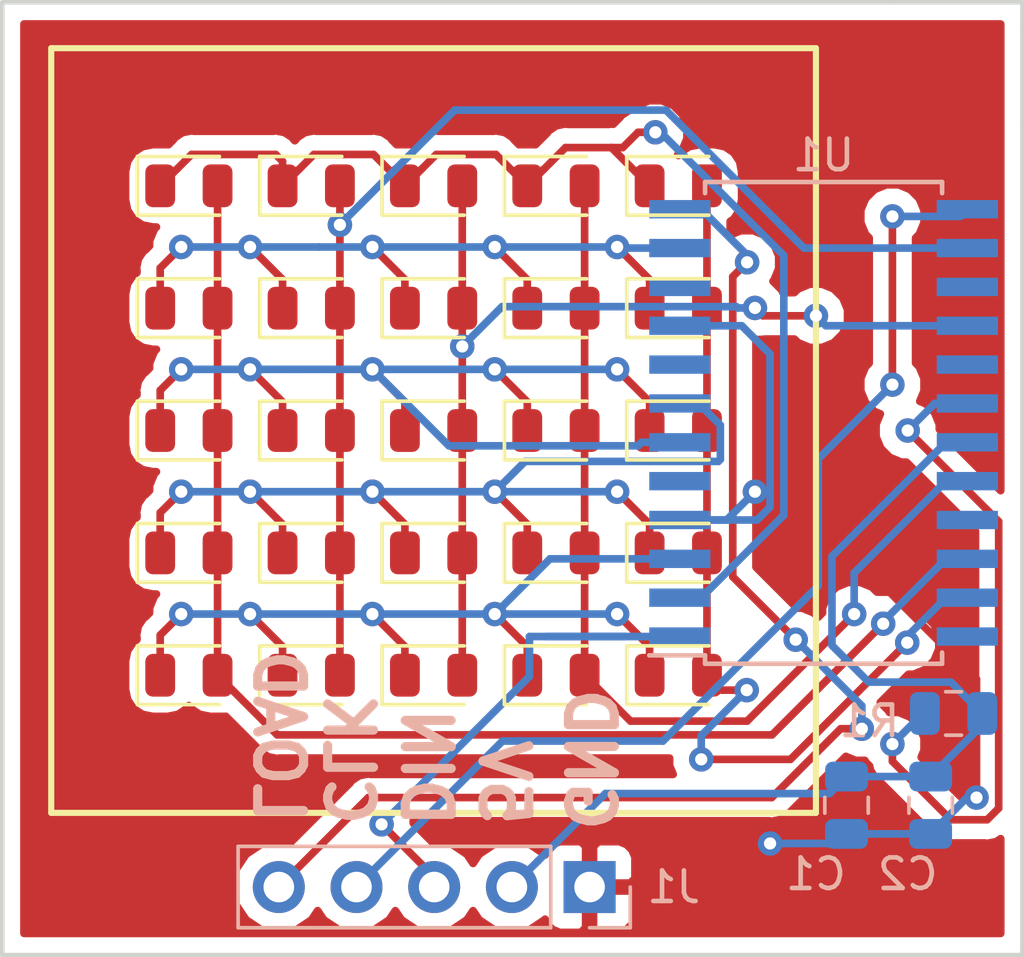
<source format=kicad_pcb>
(kicad_pcb (version 20171130) (host pcbnew 5.0.2+dfsg1-1~bpo9+1)

  (general
    (thickness 1.6)
    (drawings 19)
    (tracks 249)
    (zones 0)
    (modules 30)
    (nets 24)
  )

  (page A4)
  (layers
    (0 F.Cu signal)
    (31 B.Cu signal)
    (32 B.Adhes user)
    (33 F.Adhes user)
    (34 B.Paste user)
    (35 F.Paste user)
    (36 B.SilkS user)
    (37 F.SilkS user)
    (38 B.Mask user)
    (39 F.Mask user)
    (40 Dwgs.User user)
    (41 Cmts.User user)
    (42 Eco1.User user)
    (43 Eco2.User user)
    (44 Edge.Cuts user)
    (45 Margin user)
    (46 B.CrtYd user)
    (47 F.CrtYd user)
    (48 B.Fab user)
    (49 F.Fab user)
  )

  (setup
    (last_trace_width 0.25)
    (trace_clearance 0.2)
    (zone_clearance 0.508)
    (zone_45_only no)
    (trace_min 0.2)
    (segment_width 0.2)
    (edge_width 0.15)
    (via_size 0.8)
    (via_drill 0.4)
    (via_min_size 0.4)
    (via_min_drill 0.3)
    (uvia_size 0.3)
    (uvia_drill 0.1)
    (uvias_allowed no)
    (uvia_min_size 0.2)
    (uvia_min_drill 0.1)
    (pcb_text_width 0.3)
    (pcb_text_size 1.5 1.5)
    (mod_edge_width 0.15)
    (mod_text_size 1 1)
    (mod_text_width 0.15)
    (pad_size 1.524 1.524)
    (pad_drill 0.762)
    (pad_to_mask_clearance 0.051)
    (solder_mask_min_width 0.25)
    (aux_axis_origin 0 0)
    (visible_elements FFFFFF7F)
    (pcbplotparams
      (layerselection 0x010fc_ffffffff)
      (usegerberextensions false)
      (usegerberattributes true)
      (usegerberadvancedattributes false)
      (creategerberjobfile false)
      (excludeedgelayer false)
      (linewidth 0.100000)
      (plotframeref false)
      (viasonmask false)
      (mode 1)
      (useauxorigin false)
      (hpglpennumber 1)
      (hpglpenspeed 20)
      (hpglpendiameter 15.000000)
      (psnegative false)
      (psa4output false)
      (plotreference true)
      (plotvalue true)
      (plotinvisibletext false)
      (padsonsilk true)
      (subtractmaskfromsilk false)
      (outputformat 1)
      (mirror false)
      (drillshape 0)
      (scaleselection 1)
      (outputdirectory "/tmp/leds/"))
  )

  (net 0 "")
  (net 1 DIG_3)
  (net 2 SEG_B)
  (net 3 SEG_A)
  (net 4 DIG_0)
  (net 5 DIG_2)
  (net 6 DIG_4)
  (net 7 DIG_1)
  (net 8 SEG_D)
  (net 9 SEG_C)
  (net 10 GND)
  (net 11 "Net-(R1-Pad2)")
  (net 12 +5V)
  (net 13 SEG_DP)
  (net 14 "Net-(U1-Pad24)")
  (net 15 "Net-(U1-Pad5)")
  (net 16 "Net-(U1-Pad8)")
  (net 17 "Net-(U1-Pad10)")
  (net 18 "Net-(U1-Pad15)")
  (net 19 "Net-(U1-Pad17)")
  (net 20 "Net-(U1-Pad21)")
  (net 21 /DIN)
  (net 22 /CLK)
  (net 23 /LOAD)

  (net_class Default "This is the default net class."
    (clearance 0.2)
    (trace_width 0.25)
    (via_dia 0.8)
    (via_drill 0.4)
    (uvia_dia 0.3)
    (uvia_drill 0.1)
    (add_net +5V)
    (add_net /CLK)
    (add_net /DIN)
    (add_net /LOAD)
    (add_net DIG_0)
    (add_net DIG_1)
    (add_net DIG_2)
    (add_net DIG_3)
    (add_net DIG_4)
    (add_net GND)
    (add_net "Net-(R1-Pad2)")
    (add_net "Net-(U1-Pad10)")
    (add_net "Net-(U1-Pad15)")
    (add_net "Net-(U1-Pad17)")
    (add_net "Net-(U1-Pad21)")
    (add_net "Net-(U1-Pad24)")
    (add_net "Net-(U1-Pad5)")
    (add_net "Net-(U1-Pad8)")
    (add_net SEG_A)
    (add_net SEG_B)
    (add_net SEG_C)
    (add_net SEG_D)
    (add_net SEG_DP)
  )

  (module Capacitor_SMD:C_0805_2012Metric (layer B.Cu) (tedit 5F2E62F7) (tstamp 5F3AE1E9)
    (at 207.25 97.25 270)
    (descr "Capacitor SMD 0805 (2012 Metric), square (rectangular) end terminal, IPC_7351 nominal, (Body size source: https://docs.google.com/spreadsheets/d/1BsfQQcO9C6DZCsRaXUlFlo91Tg2WpOkGARC1WS5S8t0/edit?usp=sharing), generated with kicad-footprint-generator")
    (tags capacitor)
    (path /5F30BBB6)
    (attr smd)
    (fp_text reference C2 (at 2.25 0.75) (layer B.SilkS)
      (effects (font (size 1 1) (thickness 0.15)) (justify mirror))
    )
    (fp_text value 10uF (at 0 -1.65 270) (layer B.Fab) hide
      (effects (font (size 1 1) (thickness 0.15)) (justify mirror))
    )
    (fp_line (start -1 -0.6) (end -1 0.6) (layer B.Fab) (width 0.1))
    (fp_line (start -1 0.6) (end 1 0.6) (layer B.Fab) (width 0.1))
    (fp_line (start 1 0.6) (end 1 -0.6) (layer B.Fab) (width 0.1))
    (fp_line (start 1 -0.6) (end -1 -0.6) (layer B.Fab) (width 0.1))
    (fp_line (start -0.258578 0.71) (end 0.258578 0.71) (layer B.SilkS) (width 0.12))
    (fp_line (start -0.258578 -0.71) (end 0.258578 -0.71) (layer B.SilkS) (width 0.12))
    (fp_line (start -1.68 -0.95) (end -1.68 0.95) (layer B.CrtYd) (width 0.05))
    (fp_line (start -1.68 0.95) (end 1.68 0.95) (layer B.CrtYd) (width 0.05))
    (fp_line (start 1.68 0.95) (end 1.68 -0.95) (layer B.CrtYd) (width 0.05))
    (fp_line (start 1.68 -0.95) (end -1.68 -0.95) (layer B.CrtYd) (width 0.05))
    (fp_text user %R (at 0 0 270) (layer B.Fab)
      (effects (font (size 0.5 0.5) (thickness 0.08)) (justify mirror))
    )
    (pad 1 smd roundrect (at -0.9375 0 270) (size 0.975 1.4) (layers B.Cu B.Paste B.Mask) (roundrect_rratio 0.25)
      (net 12 +5V))
    (pad 2 smd roundrect (at 0.9375 0 270) (size 0.975 1.4) (layers B.Cu B.Paste B.Mask) (roundrect_rratio 0.25)
      (net 10 GND))
    (model ${KISYS3DMOD}/Capacitor_SMD.3dshapes/C_0805_2012Metric.wrl
      (at (xyz 0 0 0))
      (scale (xyz 1 1 1))
      (rotate (xyz 0 0 0))
    )
  )

  (module LED_SMD:LED_0805_2012Metric (layer F.Cu) (tedit 5F2E597F) (tstamp 5F465BA0)
    (at 183 77)
    (descr "LED SMD 0805 (2012 Metric), square (rectangular) end terminal, IPC_7351 nominal, (Body size source: https://docs.google.com/spreadsheets/d/1BsfQQcO9C6DZCsRaXUlFlo91Tg2WpOkGARC1WS5S8t0/edit?usp=sharing), generated with kicad-footprint-generator")
    (tags diode)
    (path /5F22F3E6)
    (attr smd)
    (fp_text reference D1 (at 0 -1.65) (layer F.SilkS) hide
      (effects (font (size 1 1) (thickness 0.15)))
    )
    (fp_text value LED (at 0 1.65) (layer F.Fab) hide
      (effects (font (size 1 1) (thickness 0.15)))
    )
    (fp_text user %R (at 0 0) (layer F.Fab)
      (effects (font (size 0.5 0.5) (thickness 0.08)))
    )
    (fp_line (start 1.68 0.95) (end -1.68 0.95) (layer F.CrtYd) (width 0.05))
    (fp_line (start 1.68 -0.95) (end 1.68 0.95) (layer F.CrtYd) (width 0.05))
    (fp_line (start -1.68 -0.95) (end 1.68 -0.95) (layer F.CrtYd) (width 0.05))
    (fp_line (start -1.68 0.95) (end -1.68 -0.95) (layer F.CrtYd) (width 0.05))
    (fp_line (start -1.685 0.96) (end 1 0.96) (layer F.SilkS) (width 0.12))
    (fp_line (start -1.685 -0.96) (end -1.685 0.96) (layer F.SilkS) (width 0.12))
    (fp_line (start 1 -0.96) (end -1.685 -0.96) (layer F.SilkS) (width 0.12))
    (fp_line (start 1 0.6) (end 1 -0.6) (layer F.Fab) (width 0.1))
    (fp_line (start -1 0.6) (end 1 0.6) (layer F.Fab) (width 0.1))
    (fp_line (start -1 -0.3) (end -1 0.6) (layer F.Fab) (width 0.1))
    (fp_line (start -0.7 -0.6) (end -1 -0.3) (layer F.Fab) (width 0.1))
    (fp_line (start 1 -0.6) (end -0.7 -0.6) (layer F.Fab) (width 0.1))
    (pad 2 smd roundrect (at 0.9375 0) (size 0.975 1.4) (layers F.Cu F.Paste F.Mask) (roundrect_rratio 0.25)
      (net 13 SEG_DP))
    (pad 1 smd roundrect (at -0.9375 0) (size 0.975 1.4) (layers F.Cu F.Paste F.Mask) (roundrect_rratio 0.25)
      (net 4 DIG_0))
    (model ${KISYS3DMOD}/LED_SMD.3dshapes/LED_0805_2012Metric.wrl
      (at (xyz 0 0 0))
      (scale (xyz 1 1 1))
      (rotate (xyz 0 0 0))
    )
  )

  (module LED_SMD:LED_0805_2012Metric (layer F.Cu) (tedit 5F2E5994) (tstamp 5F465BB3)
    (at 183 81)
    (descr "LED SMD 0805 (2012 Metric), square (rectangular) end terminal, IPC_7351 nominal, (Body size source: https://docs.google.com/spreadsheets/d/1BsfQQcO9C6DZCsRaXUlFlo91Tg2WpOkGARC1WS5S8t0/edit?usp=sharing), generated with kicad-footprint-generator")
    (tags diode)
    (path /5F22ECA7)
    (attr smd)
    (fp_text reference D2 (at 0 -1.65) (layer F.SilkS) hide
      (effects (font (size 1 1) (thickness 0.15)))
    )
    (fp_text value LED (at 0 1.65) (layer F.Fab) hide
      (effects (font (size 1 1) (thickness 0.15)))
    )
    (fp_line (start 1 -0.6) (end -0.7 -0.6) (layer F.Fab) (width 0.1))
    (fp_line (start -0.7 -0.6) (end -1 -0.3) (layer F.Fab) (width 0.1))
    (fp_line (start -1 -0.3) (end -1 0.6) (layer F.Fab) (width 0.1))
    (fp_line (start -1 0.6) (end 1 0.6) (layer F.Fab) (width 0.1))
    (fp_line (start 1 0.6) (end 1 -0.6) (layer F.Fab) (width 0.1))
    (fp_line (start 1 -0.96) (end -1.685 -0.96) (layer F.SilkS) (width 0.12))
    (fp_line (start -1.685 -0.96) (end -1.685 0.96) (layer F.SilkS) (width 0.12))
    (fp_line (start -1.685 0.96) (end 1 0.96) (layer F.SilkS) (width 0.12))
    (fp_line (start -1.68 0.95) (end -1.68 -0.95) (layer F.CrtYd) (width 0.05))
    (fp_line (start -1.68 -0.95) (end 1.68 -0.95) (layer F.CrtYd) (width 0.05))
    (fp_line (start 1.68 -0.95) (end 1.68 0.95) (layer F.CrtYd) (width 0.05))
    (fp_line (start 1.68 0.95) (end -1.68 0.95) (layer F.CrtYd) (width 0.05))
    (fp_text user %R (at 0 0) (layer F.Fab)
      (effects (font (size 0.5 0.5) (thickness 0.08)))
    )
    (pad 1 smd roundrect (at -0.9375 0) (size 0.975 1.4) (layers F.Cu F.Paste F.Mask) (roundrect_rratio 0.25)
      (net 7 DIG_1))
    (pad 2 smd roundrect (at 0.9375 0) (size 0.975 1.4) (layers F.Cu F.Paste F.Mask) (roundrect_rratio 0.25)
      (net 13 SEG_DP))
    (model ${KISYS3DMOD}/LED_SMD.3dshapes/LED_0805_2012Metric.wrl
      (at (xyz 0 0 0))
      (scale (xyz 1 1 1))
      (rotate (xyz 0 0 0))
    )
  )

  (module LED_SMD:LED_0805_2012Metric (layer F.Cu) (tedit 5F2E5996) (tstamp 5F465BC6)
    (at 183 85)
    (descr "LED SMD 0805 (2012 Metric), square (rectangular) end terminal, IPC_7351 nominal, (Body size source: https://docs.google.com/spreadsheets/d/1BsfQQcO9C6DZCsRaXUlFlo91Tg2WpOkGARC1WS5S8t0/edit?usp=sharing), generated with kicad-footprint-generator")
    (tags diode)
    (path /5F22EDB9)
    (attr smd)
    (fp_text reference D3 (at 0 -1.65) (layer F.SilkS) hide
      (effects (font (size 1 1) (thickness 0.15)))
    )
    (fp_text value LED (at 0 1.65) (layer F.Fab) hide
      (effects (font (size 1 1) (thickness 0.15)))
    )
    (fp_line (start 1 -0.6) (end -0.7 -0.6) (layer F.Fab) (width 0.1))
    (fp_line (start -0.7 -0.6) (end -1 -0.3) (layer F.Fab) (width 0.1))
    (fp_line (start -1 -0.3) (end -1 0.6) (layer F.Fab) (width 0.1))
    (fp_line (start -1 0.6) (end 1 0.6) (layer F.Fab) (width 0.1))
    (fp_line (start 1 0.6) (end 1 -0.6) (layer F.Fab) (width 0.1))
    (fp_line (start 1 -0.96) (end -1.685 -0.96) (layer F.SilkS) (width 0.12))
    (fp_line (start -1.685 -0.96) (end -1.685 0.96) (layer F.SilkS) (width 0.12))
    (fp_line (start -1.685 0.96) (end 1 0.96) (layer F.SilkS) (width 0.12))
    (fp_line (start -1.68 0.95) (end -1.68 -0.95) (layer F.CrtYd) (width 0.05))
    (fp_line (start -1.68 -0.95) (end 1.68 -0.95) (layer F.CrtYd) (width 0.05))
    (fp_line (start 1.68 -0.95) (end 1.68 0.95) (layer F.CrtYd) (width 0.05))
    (fp_line (start 1.68 0.95) (end -1.68 0.95) (layer F.CrtYd) (width 0.05))
    (fp_text user %R (at 0 0) (layer F.Fab)
      (effects (font (size 0.5 0.5) (thickness 0.08)))
    )
    (pad 1 smd roundrect (at -0.9375 0) (size 0.975 1.4) (layers F.Cu F.Paste F.Mask) (roundrect_rratio 0.25)
      (net 5 DIG_2))
    (pad 2 smd roundrect (at 0.9375 0) (size 0.975 1.4) (layers F.Cu F.Paste F.Mask) (roundrect_rratio 0.25)
      (net 13 SEG_DP))
    (model ${KISYS3DMOD}/LED_SMD.3dshapes/LED_0805_2012Metric.wrl
      (at (xyz 0 0 0))
      (scale (xyz 1 1 1))
      (rotate (xyz 0 0 0))
    )
  )

  (module LED_SMD:LED_0805_2012Metric (layer F.Cu) (tedit 5F2E59B0) (tstamp 5F465BD9)
    (at 183 89)
    (descr "LED SMD 0805 (2012 Metric), square (rectangular) end terminal, IPC_7351 nominal, (Body size source: https://docs.google.com/spreadsheets/d/1BsfQQcO9C6DZCsRaXUlFlo91Tg2WpOkGARC1WS5S8t0/edit?usp=sharing), generated with kicad-footprint-generator")
    (tags diode)
    (path /5F22EDE1)
    (attr smd)
    (fp_text reference D4 (at 0 -1.65) (layer F.SilkS) hide
      (effects (font (size 1 1) (thickness 0.15)))
    )
    (fp_text value LED (at 0 1.65) (layer F.Fab) hide
      (effects (font (size 1 1) (thickness 0.15)))
    )
    (fp_text user %R (at 0 0) (layer F.Fab)
      (effects (font (size 0.5 0.5) (thickness 0.08)))
    )
    (fp_line (start 1.68 0.95) (end -1.68 0.95) (layer F.CrtYd) (width 0.05))
    (fp_line (start 1.68 -0.95) (end 1.68 0.95) (layer F.CrtYd) (width 0.05))
    (fp_line (start -1.68 -0.95) (end 1.68 -0.95) (layer F.CrtYd) (width 0.05))
    (fp_line (start -1.68 0.95) (end -1.68 -0.95) (layer F.CrtYd) (width 0.05))
    (fp_line (start -1.685 0.96) (end 1 0.96) (layer F.SilkS) (width 0.12))
    (fp_line (start -1.685 -0.96) (end -1.685 0.96) (layer F.SilkS) (width 0.12))
    (fp_line (start 1 -0.96) (end -1.685 -0.96) (layer F.SilkS) (width 0.12))
    (fp_line (start 1 0.6) (end 1 -0.6) (layer F.Fab) (width 0.1))
    (fp_line (start -1 0.6) (end 1 0.6) (layer F.Fab) (width 0.1))
    (fp_line (start -1 -0.3) (end -1 0.6) (layer F.Fab) (width 0.1))
    (fp_line (start -0.7 -0.6) (end -1 -0.3) (layer F.Fab) (width 0.1))
    (fp_line (start 1 -0.6) (end -0.7 -0.6) (layer F.Fab) (width 0.1))
    (pad 2 smd roundrect (at 0.9375 0) (size 0.975 1.4) (layers F.Cu F.Paste F.Mask) (roundrect_rratio 0.25)
      (net 13 SEG_DP))
    (pad 1 smd roundrect (at -0.9375 0) (size 0.975 1.4) (layers F.Cu F.Paste F.Mask) (roundrect_rratio 0.25)
      (net 1 DIG_3))
    (model ${KISYS3DMOD}/LED_SMD.3dshapes/LED_0805_2012Metric.wrl
      (at (xyz 0 0 0))
      (scale (xyz 1 1 1))
      (rotate (xyz 0 0 0))
    )
  )

  (module LED_SMD:LED_0805_2012Metric (layer F.Cu) (tedit 5F2E59AE) (tstamp 5F465BEC)
    (at 183 93)
    (descr "LED SMD 0805 (2012 Metric), square (rectangular) end terminal, IPC_7351 nominal, (Body size source: https://docs.google.com/spreadsheets/d/1BsfQQcO9C6DZCsRaXUlFlo91Tg2WpOkGARC1WS5S8t0/edit?usp=sharing), generated with kicad-footprint-generator")
    (tags diode)
    (path /5F22EE0B)
    (attr smd)
    (fp_text reference D5 (at 0 -1.65) (layer F.SilkS) hide
      (effects (font (size 1 1) (thickness 0.15)))
    )
    (fp_text value LED (at 0 1.65) (layer F.Fab) hide
      (effects (font (size 1 1) (thickness 0.15)))
    )
    (fp_line (start 1 -0.6) (end -0.7 -0.6) (layer F.Fab) (width 0.1))
    (fp_line (start -0.7 -0.6) (end -1 -0.3) (layer F.Fab) (width 0.1))
    (fp_line (start -1 -0.3) (end -1 0.6) (layer F.Fab) (width 0.1))
    (fp_line (start -1 0.6) (end 1 0.6) (layer F.Fab) (width 0.1))
    (fp_line (start 1 0.6) (end 1 -0.6) (layer F.Fab) (width 0.1))
    (fp_line (start 1 -0.96) (end -1.685 -0.96) (layer F.SilkS) (width 0.12))
    (fp_line (start -1.685 -0.96) (end -1.685 0.96) (layer F.SilkS) (width 0.12))
    (fp_line (start -1.685 0.96) (end 1 0.96) (layer F.SilkS) (width 0.12))
    (fp_line (start -1.68 0.95) (end -1.68 -0.95) (layer F.CrtYd) (width 0.05))
    (fp_line (start -1.68 -0.95) (end 1.68 -0.95) (layer F.CrtYd) (width 0.05))
    (fp_line (start 1.68 -0.95) (end 1.68 0.95) (layer F.CrtYd) (width 0.05))
    (fp_line (start 1.68 0.95) (end -1.68 0.95) (layer F.CrtYd) (width 0.05))
    (fp_text user %R (at 0 0) (layer F.Fab)
      (effects (font (size 0.5 0.5) (thickness 0.08)))
    )
    (pad 1 smd roundrect (at -0.9375 0) (size 0.975 1.4) (layers F.Cu F.Paste F.Mask) (roundrect_rratio 0.25)
      (net 6 DIG_4))
    (pad 2 smd roundrect (at 0.9375 0) (size 0.975 1.4) (layers F.Cu F.Paste F.Mask) (roundrect_rratio 0.25)
      (net 13 SEG_DP))
    (model ${KISYS3DMOD}/LED_SMD.3dshapes/LED_0805_2012Metric.wrl
      (at (xyz 0 0 0))
      (scale (xyz 1 1 1))
      (rotate (xyz 0 0 0))
    )
  )

  (module LED_SMD:LED_0805_2012Metric (layer F.Cu) (tedit 5F2E5981) (tstamp 5F465BFF)
    (at 187 77)
    (descr "LED SMD 0805 (2012 Metric), square (rectangular) end terminal, IPC_7351 nominal, (Body size source: https://docs.google.com/spreadsheets/d/1BsfQQcO9C6DZCsRaXUlFlo91Tg2WpOkGARC1WS5S8t0/edit?usp=sharing), generated with kicad-footprint-generator")
    (tags diode)
    (path /5F22EE73)
    (attr smd)
    (fp_text reference D6 (at 0 -1.65) (layer F.SilkS) hide
      (effects (font (size 1 1) (thickness 0.15)))
    )
    (fp_text value LED (at 0 1.65) (layer F.Fab) hide
      (effects (font (size 1 1) (thickness 0.15)))
    )
    (fp_text user %R (at 0 0) (layer F.Fab)
      (effects (font (size 0.5 0.5) (thickness 0.08)))
    )
    (fp_line (start 1.68 0.95) (end -1.68 0.95) (layer F.CrtYd) (width 0.05))
    (fp_line (start 1.68 -0.95) (end 1.68 0.95) (layer F.CrtYd) (width 0.05))
    (fp_line (start -1.68 -0.95) (end 1.68 -0.95) (layer F.CrtYd) (width 0.05))
    (fp_line (start -1.68 0.95) (end -1.68 -0.95) (layer F.CrtYd) (width 0.05))
    (fp_line (start -1.685 0.96) (end 1 0.96) (layer F.SilkS) (width 0.12))
    (fp_line (start -1.685 -0.96) (end -1.685 0.96) (layer F.SilkS) (width 0.12))
    (fp_line (start 1 -0.96) (end -1.685 -0.96) (layer F.SilkS) (width 0.12))
    (fp_line (start 1 0.6) (end 1 -0.6) (layer F.Fab) (width 0.1))
    (fp_line (start -1 0.6) (end 1 0.6) (layer F.Fab) (width 0.1))
    (fp_line (start -1 -0.3) (end -1 0.6) (layer F.Fab) (width 0.1))
    (fp_line (start -0.7 -0.6) (end -1 -0.3) (layer F.Fab) (width 0.1))
    (fp_line (start 1 -0.6) (end -0.7 -0.6) (layer F.Fab) (width 0.1))
    (pad 2 smd roundrect (at 0.9375 0) (size 0.975 1.4) (layers F.Cu F.Paste F.Mask) (roundrect_rratio 0.25)
      (net 3 SEG_A))
    (pad 1 smd roundrect (at -0.9375 0) (size 0.975 1.4) (layers F.Cu F.Paste F.Mask) (roundrect_rratio 0.25)
      (net 4 DIG_0))
    (model ${KISYS3DMOD}/LED_SMD.3dshapes/LED_0805_2012Metric.wrl
      (at (xyz 0 0 0))
      (scale (xyz 1 1 1))
      (rotate (xyz 0 0 0))
    )
  )

  (module LED_SMD:LED_0805_2012Metric (layer F.Cu) (tedit 5F2E5991) (tstamp 5F465C12)
    (at 187 81)
    (descr "LED SMD 0805 (2012 Metric), square (rectangular) end terminal, IPC_7351 nominal, (Body size source: https://docs.google.com/spreadsheets/d/1BsfQQcO9C6DZCsRaXUlFlo91Tg2WpOkGARC1WS5S8t0/edit?usp=sharing), generated with kicad-footprint-generator")
    (tags diode)
    (path /5F22F278)
    (attr smd)
    (fp_text reference D7 (at 0 -1.65) (layer F.SilkS) hide
      (effects (font (size 1 1) (thickness 0.15)))
    )
    (fp_text value LED (at 0 1.65) (layer F.Fab) hide
      (effects (font (size 1 1) (thickness 0.15)))
    )
    (fp_line (start 1 -0.6) (end -0.7 -0.6) (layer F.Fab) (width 0.1))
    (fp_line (start -0.7 -0.6) (end -1 -0.3) (layer F.Fab) (width 0.1))
    (fp_line (start -1 -0.3) (end -1 0.6) (layer F.Fab) (width 0.1))
    (fp_line (start -1 0.6) (end 1 0.6) (layer F.Fab) (width 0.1))
    (fp_line (start 1 0.6) (end 1 -0.6) (layer F.Fab) (width 0.1))
    (fp_line (start 1 -0.96) (end -1.685 -0.96) (layer F.SilkS) (width 0.12))
    (fp_line (start -1.685 -0.96) (end -1.685 0.96) (layer F.SilkS) (width 0.12))
    (fp_line (start -1.685 0.96) (end 1 0.96) (layer F.SilkS) (width 0.12))
    (fp_line (start -1.68 0.95) (end -1.68 -0.95) (layer F.CrtYd) (width 0.05))
    (fp_line (start -1.68 -0.95) (end 1.68 -0.95) (layer F.CrtYd) (width 0.05))
    (fp_line (start 1.68 -0.95) (end 1.68 0.95) (layer F.CrtYd) (width 0.05))
    (fp_line (start 1.68 0.95) (end -1.68 0.95) (layer F.CrtYd) (width 0.05))
    (fp_text user %R (at 0 0) (layer F.Fab)
      (effects (font (size 0.5 0.5) (thickness 0.08)))
    )
    (pad 1 smd roundrect (at -0.9375 0) (size 0.975 1.4) (layers F.Cu F.Paste F.Mask) (roundrect_rratio 0.25)
      (net 7 DIG_1))
    (pad 2 smd roundrect (at 0.9375 0) (size 0.975 1.4) (layers F.Cu F.Paste F.Mask) (roundrect_rratio 0.25)
      (net 3 SEG_A))
    (model ${KISYS3DMOD}/LED_SMD.3dshapes/LED_0805_2012Metric.wrl
      (at (xyz 0 0 0))
      (scale (xyz 1 1 1))
      (rotate (xyz 0 0 0))
    )
  )

  (module LED_SMD:LED_0805_2012Metric (layer F.Cu) (tedit 5F2E5999) (tstamp 5F465C25)
    (at 187 85)
    (descr "LED SMD 0805 (2012 Metric), square (rectangular) end terminal, IPC_7351 nominal, (Body size source: https://docs.google.com/spreadsheets/d/1BsfQQcO9C6DZCsRaXUlFlo91Tg2WpOkGARC1WS5S8t0/edit?usp=sharing), generated with kicad-footprint-generator")
    (tags diode)
    (path /5F22F28A)
    (attr smd)
    (fp_text reference D8 (at 0 -1.65) (layer F.SilkS) hide
      (effects (font (size 1 1) (thickness 0.15)))
    )
    (fp_text value LED (at 0 1.65) (layer F.Fab) hide
      (effects (font (size 1 1) (thickness 0.15)))
    )
    (fp_line (start 1 -0.6) (end -0.7 -0.6) (layer F.Fab) (width 0.1))
    (fp_line (start -0.7 -0.6) (end -1 -0.3) (layer F.Fab) (width 0.1))
    (fp_line (start -1 -0.3) (end -1 0.6) (layer F.Fab) (width 0.1))
    (fp_line (start -1 0.6) (end 1 0.6) (layer F.Fab) (width 0.1))
    (fp_line (start 1 0.6) (end 1 -0.6) (layer F.Fab) (width 0.1))
    (fp_line (start 1 -0.96) (end -1.685 -0.96) (layer F.SilkS) (width 0.12))
    (fp_line (start -1.685 -0.96) (end -1.685 0.96) (layer F.SilkS) (width 0.12))
    (fp_line (start -1.685 0.96) (end 1 0.96) (layer F.SilkS) (width 0.12))
    (fp_line (start -1.68 0.95) (end -1.68 -0.95) (layer F.CrtYd) (width 0.05))
    (fp_line (start -1.68 -0.95) (end 1.68 -0.95) (layer F.CrtYd) (width 0.05))
    (fp_line (start 1.68 -0.95) (end 1.68 0.95) (layer F.CrtYd) (width 0.05))
    (fp_line (start 1.68 0.95) (end -1.68 0.95) (layer F.CrtYd) (width 0.05))
    (fp_text user %R (at 0 0) (layer F.Fab)
      (effects (font (size 0.5 0.5) (thickness 0.08)))
    )
    (pad 1 smd roundrect (at -0.9375 0) (size 0.975 1.4) (layers F.Cu F.Paste F.Mask) (roundrect_rratio 0.25)
      (net 5 DIG_2))
    (pad 2 smd roundrect (at 0.9375 0) (size 0.975 1.4) (layers F.Cu F.Paste F.Mask) (roundrect_rratio 0.25)
      (net 3 SEG_A))
    (model ${KISYS3DMOD}/LED_SMD.3dshapes/LED_0805_2012Metric.wrl
      (at (xyz 0 0 0))
      (scale (xyz 1 1 1))
      (rotate (xyz 0 0 0))
    )
  )

  (module LED_SMD:LED_0805_2012Metric (layer F.Cu) (tedit 5F2E59B5) (tstamp 5F465C38)
    (at 187 89)
    (descr "LED SMD 0805 (2012 Metric), square (rectangular) end terminal, IPC_7351 nominal, (Body size source: https://docs.google.com/spreadsheets/d/1BsfQQcO9C6DZCsRaXUlFlo91Tg2WpOkGARC1WS5S8t0/edit?usp=sharing), generated with kicad-footprint-generator")
    (tags diode)
    (path /5F22F290)
    (attr smd)
    (fp_text reference D9 (at 0 -1.65) (layer F.SilkS) hide
      (effects (font (size 1 1) (thickness 0.15)))
    )
    (fp_text value LED (at 0 1.65) (layer F.Fab) hide
      (effects (font (size 1 1) (thickness 0.15)))
    )
    (fp_line (start 1 -0.6) (end -0.7 -0.6) (layer F.Fab) (width 0.1))
    (fp_line (start -0.7 -0.6) (end -1 -0.3) (layer F.Fab) (width 0.1))
    (fp_line (start -1 -0.3) (end -1 0.6) (layer F.Fab) (width 0.1))
    (fp_line (start -1 0.6) (end 1 0.6) (layer F.Fab) (width 0.1))
    (fp_line (start 1 0.6) (end 1 -0.6) (layer F.Fab) (width 0.1))
    (fp_line (start 1 -0.96) (end -1.685 -0.96) (layer F.SilkS) (width 0.12))
    (fp_line (start -1.685 -0.96) (end -1.685 0.96) (layer F.SilkS) (width 0.12))
    (fp_line (start -1.685 0.96) (end 1 0.96) (layer F.SilkS) (width 0.12))
    (fp_line (start -1.68 0.95) (end -1.68 -0.95) (layer F.CrtYd) (width 0.05))
    (fp_line (start -1.68 -0.95) (end 1.68 -0.95) (layer F.CrtYd) (width 0.05))
    (fp_line (start 1.68 -0.95) (end 1.68 0.95) (layer F.CrtYd) (width 0.05))
    (fp_line (start 1.68 0.95) (end -1.68 0.95) (layer F.CrtYd) (width 0.05))
    (fp_text user %R (at 0 0) (layer F.Fab)
      (effects (font (size 0.5 0.5) (thickness 0.08)))
    )
    (pad 1 smd roundrect (at -0.9375 0) (size 0.975 1.4) (layers F.Cu F.Paste F.Mask) (roundrect_rratio 0.25)
      (net 1 DIG_3))
    (pad 2 smd roundrect (at 0.9375 0) (size 0.975 1.4) (layers F.Cu F.Paste F.Mask) (roundrect_rratio 0.25)
      (net 3 SEG_A))
    (model ${KISYS3DMOD}/LED_SMD.3dshapes/LED_0805_2012Metric.wrl
      (at (xyz 0 0 0))
      (scale (xyz 1 1 1))
      (rotate (xyz 0 0 0))
    )
  )

  (module LED_SMD:LED_0805_2012Metric (layer F.Cu) (tedit 5F2E59B2) (tstamp 5F465C4B)
    (at 187 93)
    (descr "LED SMD 0805 (2012 Metric), square (rectangular) end terminal, IPC_7351 nominal, (Body size source: https://docs.google.com/spreadsheets/d/1BsfQQcO9C6DZCsRaXUlFlo91Tg2WpOkGARC1WS5S8t0/edit?usp=sharing), generated with kicad-footprint-generator")
    (tags diode)
    (path /5F22F27E)
    (attr smd)
    (fp_text reference D10 (at 0 -1.65) (layer F.SilkS) hide
      (effects (font (size 1 1) (thickness 0.15)))
    )
    (fp_text value LED (at 0 1.65) (layer F.Fab) hide
      (effects (font (size 1 1) (thickness 0.15)))
    )
    (fp_text user %R (at 0 0) (layer F.Fab)
      (effects (font (size 0.5 0.5) (thickness 0.08)))
    )
    (fp_line (start 1.68 0.95) (end -1.68 0.95) (layer F.CrtYd) (width 0.05))
    (fp_line (start 1.68 -0.95) (end 1.68 0.95) (layer F.CrtYd) (width 0.05))
    (fp_line (start -1.68 -0.95) (end 1.68 -0.95) (layer F.CrtYd) (width 0.05))
    (fp_line (start -1.68 0.95) (end -1.68 -0.95) (layer F.CrtYd) (width 0.05))
    (fp_line (start -1.685 0.96) (end 1 0.96) (layer F.SilkS) (width 0.12))
    (fp_line (start -1.685 -0.96) (end -1.685 0.96) (layer F.SilkS) (width 0.12))
    (fp_line (start 1 -0.96) (end -1.685 -0.96) (layer F.SilkS) (width 0.12))
    (fp_line (start 1 0.6) (end 1 -0.6) (layer F.Fab) (width 0.1))
    (fp_line (start -1 0.6) (end 1 0.6) (layer F.Fab) (width 0.1))
    (fp_line (start -1 -0.3) (end -1 0.6) (layer F.Fab) (width 0.1))
    (fp_line (start -0.7 -0.6) (end -1 -0.3) (layer F.Fab) (width 0.1))
    (fp_line (start 1 -0.6) (end -0.7 -0.6) (layer F.Fab) (width 0.1))
    (pad 2 smd roundrect (at 0.9375 0) (size 0.975 1.4) (layers F.Cu F.Paste F.Mask) (roundrect_rratio 0.25)
      (net 3 SEG_A))
    (pad 1 smd roundrect (at -0.9375 0) (size 0.975 1.4) (layers F.Cu F.Paste F.Mask) (roundrect_rratio 0.25)
      (net 6 DIG_4))
    (model ${KISYS3DMOD}/LED_SMD.3dshapes/LED_0805_2012Metric.wrl
      (at (xyz 0 0 0))
      (scale (xyz 1 1 1))
      (rotate (xyz 0 0 0))
    )
  )

  (module LED_SMD:LED_0805_2012Metric (layer F.Cu) (tedit 5F2E5985) (tstamp 5F465C5E)
    (at 191 77)
    (descr "LED SMD 0805 (2012 Metric), square (rectangular) end terminal, IPC_7351 nominal, (Body size source: https://docs.google.com/spreadsheets/d/1BsfQQcO9C6DZCsRaXUlFlo91Tg2WpOkGARC1WS5S8t0/edit?usp=sharing), generated with kicad-footprint-generator")
    (tags diode)
    (path /5F22F404)
    (attr smd)
    (fp_text reference D11 (at 0 -1.65) (layer F.SilkS) hide
      (effects (font (size 1 1) (thickness 0.15)))
    )
    (fp_text value LED (at 0 1.65) (layer F.Fab) hide
      (effects (font (size 1 1) (thickness 0.15)))
    )
    (fp_text user %R (at 0 0) (layer F.Fab)
      (effects (font (size 0.5 0.5) (thickness 0.08)))
    )
    (fp_line (start 1.68 0.95) (end -1.68 0.95) (layer F.CrtYd) (width 0.05))
    (fp_line (start 1.68 -0.95) (end 1.68 0.95) (layer F.CrtYd) (width 0.05))
    (fp_line (start -1.68 -0.95) (end 1.68 -0.95) (layer F.CrtYd) (width 0.05))
    (fp_line (start -1.68 0.95) (end -1.68 -0.95) (layer F.CrtYd) (width 0.05))
    (fp_line (start -1.685 0.96) (end 1 0.96) (layer F.SilkS) (width 0.12))
    (fp_line (start -1.685 -0.96) (end -1.685 0.96) (layer F.SilkS) (width 0.12))
    (fp_line (start 1 -0.96) (end -1.685 -0.96) (layer F.SilkS) (width 0.12))
    (fp_line (start 1 0.6) (end 1 -0.6) (layer F.Fab) (width 0.1))
    (fp_line (start -1 0.6) (end 1 0.6) (layer F.Fab) (width 0.1))
    (fp_line (start -1 -0.3) (end -1 0.6) (layer F.Fab) (width 0.1))
    (fp_line (start -0.7 -0.6) (end -1 -0.3) (layer F.Fab) (width 0.1))
    (fp_line (start 1 -0.6) (end -0.7 -0.6) (layer F.Fab) (width 0.1))
    (pad 2 smd roundrect (at 0.9375 0) (size 0.975 1.4) (layers F.Cu F.Paste F.Mask) (roundrect_rratio 0.25)
      (net 2 SEG_B))
    (pad 1 smd roundrect (at -0.9375 0) (size 0.975 1.4) (layers F.Cu F.Paste F.Mask) (roundrect_rratio 0.25)
      (net 4 DIG_0))
    (model ${KISYS3DMOD}/LED_SMD.3dshapes/LED_0805_2012Metric.wrl
      (at (xyz 0 0 0))
      (scale (xyz 1 1 1))
      (rotate (xyz 0 0 0))
    )
  )

  (module LED_SMD:LED_0805_2012Metric (layer F.Cu) (tedit 5F2E598F) (tstamp 5F465C71)
    (at 191 81)
    (descr "LED SMD 0805 (2012 Metric), square (rectangular) end terminal, IPC_7351 nominal, (Body size source: https://docs.google.com/spreadsheets/d/1BsfQQcO9C6DZCsRaXUlFlo91Tg2WpOkGARC1WS5S8t0/edit?usp=sharing), generated with kicad-footprint-generator")
    (tags diode)
    (path /5F22F68C)
    (attr smd)
    (fp_text reference D12 (at 0 -1.65) (layer F.SilkS) hide
      (effects (font (size 1 1) (thickness 0.15)))
    )
    (fp_text value LED (at 0 1.65) (layer F.Fab) hide
      (effects (font (size 1 1) (thickness 0.15)))
    )
    (fp_line (start 1 -0.6) (end -0.7 -0.6) (layer F.Fab) (width 0.1))
    (fp_line (start -0.7 -0.6) (end -1 -0.3) (layer F.Fab) (width 0.1))
    (fp_line (start -1 -0.3) (end -1 0.6) (layer F.Fab) (width 0.1))
    (fp_line (start -1 0.6) (end 1 0.6) (layer F.Fab) (width 0.1))
    (fp_line (start 1 0.6) (end 1 -0.6) (layer F.Fab) (width 0.1))
    (fp_line (start 1 -0.96) (end -1.685 -0.96) (layer F.SilkS) (width 0.12))
    (fp_line (start -1.685 -0.96) (end -1.685 0.96) (layer F.SilkS) (width 0.12))
    (fp_line (start -1.685 0.96) (end 1 0.96) (layer F.SilkS) (width 0.12))
    (fp_line (start -1.68 0.95) (end -1.68 -0.95) (layer F.CrtYd) (width 0.05))
    (fp_line (start -1.68 -0.95) (end 1.68 -0.95) (layer F.CrtYd) (width 0.05))
    (fp_line (start 1.68 -0.95) (end 1.68 0.95) (layer F.CrtYd) (width 0.05))
    (fp_line (start 1.68 0.95) (end -1.68 0.95) (layer F.CrtYd) (width 0.05))
    (fp_text user %R (at 0 0) (layer F.Fab)
      (effects (font (size 0.5 0.5) (thickness 0.08)))
    )
    (pad 1 smd roundrect (at -0.9375 0) (size 0.975 1.4) (layers F.Cu F.Paste F.Mask) (roundrect_rratio 0.25)
      (net 7 DIG_1))
    (pad 2 smd roundrect (at 0.9375 0) (size 0.975 1.4) (layers F.Cu F.Paste F.Mask) (roundrect_rratio 0.25)
      (net 2 SEG_B))
    (model ${KISYS3DMOD}/LED_SMD.3dshapes/LED_0805_2012Metric.wrl
      (at (xyz 0 0 0))
      (scale (xyz 1 1 1))
      (rotate (xyz 0 0 0))
    )
  )

  (module LED_SMD:LED_0805_2012Metric (layer F.Cu) (tedit 5F2E599B) (tstamp 5F465C84)
    (at 191 85)
    (descr "LED SMD 0805 (2012 Metric), square (rectangular) end terminal, IPC_7351 nominal, (Body size source: https://docs.google.com/spreadsheets/d/1BsfQQcO9C6DZCsRaXUlFlo91Tg2WpOkGARC1WS5S8t0/edit?usp=sharing), generated with kicad-footprint-generator")
    (tags diode)
    (path /5F22F686)
    (attr smd)
    (fp_text reference D13 (at 0 -1.65) (layer F.SilkS) hide
      (effects (font (size 1 1) (thickness 0.15)))
    )
    (fp_text value LED (at 0 1.65) (layer F.Fab) hide
      (effects (font (size 1 1) (thickness 0.15)))
    )
    (fp_text user %R (at 0 0) (layer F.Fab)
      (effects (font (size 0.5 0.5) (thickness 0.08)))
    )
    (fp_line (start 1.68 0.95) (end -1.68 0.95) (layer F.CrtYd) (width 0.05))
    (fp_line (start 1.68 -0.95) (end 1.68 0.95) (layer F.CrtYd) (width 0.05))
    (fp_line (start -1.68 -0.95) (end 1.68 -0.95) (layer F.CrtYd) (width 0.05))
    (fp_line (start -1.68 0.95) (end -1.68 -0.95) (layer F.CrtYd) (width 0.05))
    (fp_line (start -1.685 0.96) (end 1 0.96) (layer F.SilkS) (width 0.12))
    (fp_line (start -1.685 -0.96) (end -1.685 0.96) (layer F.SilkS) (width 0.12))
    (fp_line (start 1 -0.96) (end -1.685 -0.96) (layer F.SilkS) (width 0.12))
    (fp_line (start 1 0.6) (end 1 -0.6) (layer F.Fab) (width 0.1))
    (fp_line (start -1 0.6) (end 1 0.6) (layer F.Fab) (width 0.1))
    (fp_line (start -1 -0.3) (end -1 0.6) (layer F.Fab) (width 0.1))
    (fp_line (start -0.7 -0.6) (end -1 -0.3) (layer F.Fab) (width 0.1))
    (fp_line (start 1 -0.6) (end -0.7 -0.6) (layer F.Fab) (width 0.1))
    (pad 2 smd roundrect (at 0.9375 0) (size 0.975 1.4) (layers F.Cu F.Paste F.Mask) (roundrect_rratio 0.25)
      (net 2 SEG_B))
    (pad 1 smd roundrect (at -0.9375 0) (size 0.975 1.4) (layers F.Cu F.Paste F.Mask) (roundrect_rratio 0.25)
      (net 5 DIG_2))
    (model ${KISYS3DMOD}/LED_SMD.3dshapes/LED_0805_2012Metric.wrl
      (at (xyz 0 0 0))
      (scale (xyz 1 1 1))
      (rotate (xyz 0 0 0))
    )
  )

  (module LED_SMD:LED_0805_2012Metric (layer F.Cu) (tedit 5F2E59A5) (tstamp 5F465C97)
    (at 191 89)
    (descr "LED SMD 0805 (2012 Metric), square (rectangular) end terminal, IPC_7351 nominal, (Body size source: https://docs.google.com/spreadsheets/d/1BsfQQcO9C6DZCsRaXUlFlo91Tg2WpOkGARC1WS5S8t0/edit?usp=sharing), generated with kicad-footprint-generator")
    (tags diode)
    (path /5F22F968)
    (attr smd)
    (fp_text reference D14 (at 0 -1.65) (layer F.SilkS) hide
      (effects (font (size 1 1) (thickness 0.15)))
    )
    (fp_text value LED (at 0 1.65) (layer F.Fab) hide
      (effects (font (size 1 1) (thickness 0.15)))
    )
    (fp_text user %R (at 0 0) (layer F.Fab)
      (effects (font (size 0.5 0.5) (thickness 0.08)))
    )
    (fp_line (start 1.68 0.95) (end -1.68 0.95) (layer F.CrtYd) (width 0.05))
    (fp_line (start 1.68 -0.95) (end 1.68 0.95) (layer F.CrtYd) (width 0.05))
    (fp_line (start -1.68 -0.95) (end 1.68 -0.95) (layer F.CrtYd) (width 0.05))
    (fp_line (start -1.68 0.95) (end -1.68 -0.95) (layer F.CrtYd) (width 0.05))
    (fp_line (start -1.685 0.96) (end 1 0.96) (layer F.SilkS) (width 0.12))
    (fp_line (start -1.685 -0.96) (end -1.685 0.96) (layer F.SilkS) (width 0.12))
    (fp_line (start 1 -0.96) (end -1.685 -0.96) (layer F.SilkS) (width 0.12))
    (fp_line (start 1 0.6) (end 1 -0.6) (layer F.Fab) (width 0.1))
    (fp_line (start -1 0.6) (end 1 0.6) (layer F.Fab) (width 0.1))
    (fp_line (start -1 -0.3) (end -1 0.6) (layer F.Fab) (width 0.1))
    (fp_line (start -0.7 -0.6) (end -1 -0.3) (layer F.Fab) (width 0.1))
    (fp_line (start 1 -0.6) (end -0.7 -0.6) (layer F.Fab) (width 0.1))
    (pad 2 smd roundrect (at 0.9375 0) (size 0.975 1.4) (layers F.Cu F.Paste F.Mask) (roundrect_rratio 0.25)
      (net 2 SEG_B))
    (pad 1 smd roundrect (at -0.9375 0) (size 0.975 1.4) (layers F.Cu F.Paste F.Mask) (roundrect_rratio 0.25)
      (net 1 DIG_3))
    (model ${KISYS3DMOD}/LED_SMD.3dshapes/LED_0805_2012Metric.wrl
      (at (xyz 0 0 0))
      (scale (xyz 1 1 1))
      (rotate (xyz 0 0 0))
    )
  )

  (module LED_SMD:LED_0805_2012Metric (layer F.Cu) (tedit 5F2E59AB) (tstamp 5F465CAA)
    (at 191 93)
    (descr "LED SMD 0805 (2012 Metric), square (rectangular) end terminal, IPC_7351 nominal, (Body size source: https://docs.google.com/spreadsheets/d/1BsfQQcO9C6DZCsRaXUlFlo91Tg2WpOkGARC1WS5S8t0/edit?usp=sharing), generated with kicad-footprint-generator")
    (tags diode)
    (path /5F22F96E)
    (attr smd)
    (fp_text reference D15 (at 0 -1.65) (layer F.SilkS) hide
      (effects (font (size 1 1) (thickness 0.15)))
    )
    (fp_text value LED (at 0 1.65) (layer F.Fab) hide
      (effects (font (size 1 1) (thickness 0.15)))
    )
    (fp_line (start 1 -0.6) (end -0.7 -0.6) (layer F.Fab) (width 0.1))
    (fp_line (start -0.7 -0.6) (end -1 -0.3) (layer F.Fab) (width 0.1))
    (fp_line (start -1 -0.3) (end -1 0.6) (layer F.Fab) (width 0.1))
    (fp_line (start -1 0.6) (end 1 0.6) (layer F.Fab) (width 0.1))
    (fp_line (start 1 0.6) (end 1 -0.6) (layer F.Fab) (width 0.1))
    (fp_line (start 1 -0.96) (end -1.685 -0.96) (layer F.SilkS) (width 0.12))
    (fp_line (start -1.685 -0.96) (end -1.685 0.96) (layer F.SilkS) (width 0.12))
    (fp_line (start -1.685 0.96) (end 1 0.96) (layer F.SilkS) (width 0.12))
    (fp_line (start -1.68 0.95) (end -1.68 -0.95) (layer F.CrtYd) (width 0.05))
    (fp_line (start -1.68 -0.95) (end 1.68 -0.95) (layer F.CrtYd) (width 0.05))
    (fp_line (start 1.68 -0.95) (end 1.68 0.95) (layer F.CrtYd) (width 0.05))
    (fp_line (start 1.68 0.95) (end -1.68 0.95) (layer F.CrtYd) (width 0.05))
    (fp_text user %R (at 0 0) (layer F.Fab)
      (effects (font (size 0.5 0.5) (thickness 0.08)))
    )
    (pad 1 smd roundrect (at -0.9375 0) (size 0.975 1.4) (layers F.Cu F.Paste F.Mask) (roundrect_rratio 0.25)
      (net 6 DIG_4))
    (pad 2 smd roundrect (at 0.9375 0) (size 0.975 1.4) (layers F.Cu F.Paste F.Mask) (roundrect_rratio 0.25)
      (net 2 SEG_B))
    (model ${KISYS3DMOD}/LED_SMD.3dshapes/LED_0805_2012Metric.wrl
      (at (xyz 0 0 0))
      (scale (xyz 1 1 1))
      (rotate (xyz 0 0 0))
    )
  )

  (module LED_SMD:LED_0805_2012Metric (layer F.Cu) (tedit 5F2E5987) (tstamp 5F465CBD)
    (at 195 77)
    (descr "LED SMD 0805 (2012 Metric), square (rectangular) end terminal, IPC_7351 nominal, (Body size source: https://docs.google.com/spreadsheets/d/1BsfQQcO9C6DZCsRaXUlFlo91Tg2WpOkGARC1WS5S8t0/edit?usp=sharing), generated with kicad-footprint-generator")
    (tags diode)
    (path /5F22F3FE)
    (attr smd)
    (fp_text reference D16 (at 0 -1.65) (layer F.SilkS) hide
      (effects (font (size 1 1) (thickness 0.15)))
    )
    (fp_text value LED (at 0 1.65) (layer F.Fab) hide
      (effects (font (size 1 1) (thickness 0.15)))
    )
    (fp_line (start 1 -0.6) (end -0.7 -0.6) (layer F.Fab) (width 0.1))
    (fp_line (start -0.7 -0.6) (end -1 -0.3) (layer F.Fab) (width 0.1))
    (fp_line (start -1 -0.3) (end -1 0.6) (layer F.Fab) (width 0.1))
    (fp_line (start -1 0.6) (end 1 0.6) (layer F.Fab) (width 0.1))
    (fp_line (start 1 0.6) (end 1 -0.6) (layer F.Fab) (width 0.1))
    (fp_line (start 1 -0.96) (end -1.685 -0.96) (layer F.SilkS) (width 0.12))
    (fp_line (start -1.685 -0.96) (end -1.685 0.96) (layer F.SilkS) (width 0.12))
    (fp_line (start -1.685 0.96) (end 1 0.96) (layer F.SilkS) (width 0.12))
    (fp_line (start -1.68 0.95) (end -1.68 -0.95) (layer F.CrtYd) (width 0.05))
    (fp_line (start -1.68 -0.95) (end 1.68 -0.95) (layer F.CrtYd) (width 0.05))
    (fp_line (start 1.68 -0.95) (end 1.68 0.95) (layer F.CrtYd) (width 0.05))
    (fp_line (start 1.68 0.95) (end -1.68 0.95) (layer F.CrtYd) (width 0.05))
    (fp_text user %R (at 0 0) (layer F.Fab)
      (effects (font (size 0.5 0.5) (thickness 0.08)))
    )
    (pad 1 smd roundrect (at -0.9375 0) (size 0.975 1.4) (layers F.Cu F.Paste F.Mask) (roundrect_rratio 0.25)
      (net 4 DIG_0))
    (pad 2 smd roundrect (at 0.9375 0) (size 0.975 1.4) (layers F.Cu F.Paste F.Mask) (roundrect_rratio 0.25)
      (net 9 SEG_C))
    (model ${KISYS3DMOD}/LED_SMD.3dshapes/LED_0805_2012Metric.wrl
      (at (xyz 0 0 0))
      (scale (xyz 1 1 1))
      (rotate (xyz 0 0 0))
    )
  )

  (module LED_SMD:LED_0805_2012Metric (layer F.Cu) (tedit 5F2E598D) (tstamp 5F465CD0)
    (at 195 81)
    (descr "LED SMD 0805 (2012 Metric), square (rectangular) end terminal, IPC_7351 nominal, (Body size source: https://docs.google.com/spreadsheets/d/1BsfQQcO9C6DZCsRaXUlFlo91Tg2WpOkGARC1WS5S8t0/edit?usp=sharing), generated with kicad-footprint-generator")
    (tags diode)
    (path /5F22F674)
    (attr smd)
    (fp_text reference D17 (at 0 -1.65) (layer F.SilkS) hide
      (effects (font (size 1 1) (thickness 0.15)))
    )
    (fp_text value LED (at 0 1.65) (layer F.Fab) hide
      (effects (font (size 1 1) (thickness 0.15)))
    )
    (fp_text user %R (at 0 0) (layer F.Fab)
      (effects (font (size 0.5 0.5) (thickness 0.08)))
    )
    (fp_line (start 1.68 0.95) (end -1.68 0.95) (layer F.CrtYd) (width 0.05))
    (fp_line (start 1.68 -0.95) (end 1.68 0.95) (layer F.CrtYd) (width 0.05))
    (fp_line (start -1.68 -0.95) (end 1.68 -0.95) (layer F.CrtYd) (width 0.05))
    (fp_line (start -1.68 0.95) (end -1.68 -0.95) (layer F.CrtYd) (width 0.05))
    (fp_line (start -1.685 0.96) (end 1 0.96) (layer F.SilkS) (width 0.12))
    (fp_line (start -1.685 -0.96) (end -1.685 0.96) (layer F.SilkS) (width 0.12))
    (fp_line (start 1 -0.96) (end -1.685 -0.96) (layer F.SilkS) (width 0.12))
    (fp_line (start 1 0.6) (end 1 -0.6) (layer F.Fab) (width 0.1))
    (fp_line (start -1 0.6) (end 1 0.6) (layer F.Fab) (width 0.1))
    (fp_line (start -1 -0.3) (end -1 0.6) (layer F.Fab) (width 0.1))
    (fp_line (start -0.7 -0.6) (end -1 -0.3) (layer F.Fab) (width 0.1))
    (fp_line (start 1 -0.6) (end -0.7 -0.6) (layer F.Fab) (width 0.1))
    (pad 2 smd roundrect (at 0.9375 0) (size 0.975 1.4) (layers F.Cu F.Paste F.Mask) (roundrect_rratio 0.25)
      (net 9 SEG_C))
    (pad 1 smd roundrect (at -0.9375 0) (size 0.975 1.4) (layers F.Cu F.Paste F.Mask) (roundrect_rratio 0.25)
      (net 7 DIG_1))
    (model ${KISYS3DMOD}/LED_SMD.3dshapes/LED_0805_2012Metric.wrl
      (at (xyz 0 0 0))
      (scale (xyz 1 1 1))
      (rotate (xyz 0 0 0))
    )
  )

  (module LED_SMD:LED_0805_2012Metric (layer F.Cu) (tedit 5F2E599D) (tstamp 5F465CE3)
    (at 195 85)
    (descr "LED SMD 0805 (2012 Metric), square (rectangular) end terminal, IPC_7351 nominal, (Body size source: https://docs.google.com/spreadsheets/d/1BsfQQcO9C6DZCsRaXUlFlo91Tg2WpOkGARC1WS5S8t0/edit?usp=sharing), generated with kicad-footprint-generator")
    (tags diode)
    (path /5F22F3F2)
    (attr smd)
    (fp_text reference D18 (at 0 -1.65) (layer F.SilkS) hide
      (effects (font (size 1 1) (thickness 0.15)))
    )
    (fp_text value LED (at 0 1.65) (layer F.Fab) hide
      (effects (font (size 1 1) (thickness 0.15)))
    )
    (fp_text user %R (at 0 0) (layer F.Fab)
      (effects (font (size 0.5 0.5) (thickness 0.08)))
    )
    (fp_line (start 1.68 0.95) (end -1.68 0.95) (layer F.CrtYd) (width 0.05))
    (fp_line (start 1.68 -0.95) (end 1.68 0.95) (layer F.CrtYd) (width 0.05))
    (fp_line (start -1.68 -0.95) (end 1.68 -0.95) (layer F.CrtYd) (width 0.05))
    (fp_line (start -1.68 0.95) (end -1.68 -0.95) (layer F.CrtYd) (width 0.05))
    (fp_line (start -1.685 0.96) (end 1 0.96) (layer F.SilkS) (width 0.12))
    (fp_line (start -1.685 -0.96) (end -1.685 0.96) (layer F.SilkS) (width 0.12))
    (fp_line (start 1 -0.96) (end -1.685 -0.96) (layer F.SilkS) (width 0.12))
    (fp_line (start 1 0.6) (end 1 -0.6) (layer F.Fab) (width 0.1))
    (fp_line (start -1 0.6) (end 1 0.6) (layer F.Fab) (width 0.1))
    (fp_line (start -1 -0.3) (end -1 0.6) (layer F.Fab) (width 0.1))
    (fp_line (start -0.7 -0.6) (end -1 -0.3) (layer F.Fab) (width 0.1))
    (fp_line (start 1 -0.6) (end -0.7 -0.6) (layer F.Fab) (width 0.1))
    (pad 2 smd roundrect (at 0.9375 0) (size 0.975 1.4) (layers F.Cu F.Paste F.Mask) (roundrect_rratio 0.25)
      (net 9 SEG_C))
    (pad 1 smd roundrect (at -0.9375 0) (size 0.975 1.4) (layers F.Cu F.Paste F.Mask) (roundrect_rratio 0.25)
      (net 5 DIG_2))
    (model ${KISYS3DMOD}/LED_SMD.3dshapes/LED_0805_2012Metric.wrl
      (at (xyz 0 0 0))
      (scale (xyz 1 1 1))
      (rotate (xyz 0 0 0))
    )
  )

  (module LED_SMD:LED_0805_2012Metric (layer F.Cu) (tedit 5F2E59A4) (tstamp 5F465CF6)
    (at 195 89)
    (descr "LED SMD 0805 (2012 Metric), square (rectangular) end terminal, IPC_7351 nominal, (Body size source: https://docs.google.com/spreadsheets/d/1BsfQQcO9C6DZCsRaXUlFlo91Tg2WpOkGARC1WS5S8t0/edit?usp=sharing), generated with kicad-footprint-generator")
    (tags diode)
    (path /5F22FC50)
    (attr smd)
    (fp_text reference D19 (at 0 -1.65) (layer F.SilkS) hide
      (effects (font (size 1 1) (thickness 0.15)))
    )
    (fp_text value LED (at 0 1.65) (layer F.Fab) hide
      (effects (font (size 1 1) (thickness 0.15)))
    )
    (fp_text user %R (at 0 0) (layer F.Fab)
      (effects (font (size 0.5 0.5) (thickness 0.08)))
    )
    (fp_line (start 1.68 0.95) (end -1.68 0.95) (layer F.CrtYd) (width 0.05))
    (fp_line (start 1.68 -0.95) (end 1.68 0.95) (layer F.CrtYd) (width 0.05))
    (fp_line (start -1.68 -0.95) (end 1.68 -0.95) (layer F.CrtYd) (width 0.05))
    (fp_line (start -1.68 0.95) (end -1.68 -0.95) (layer F.CrtYd) (width 0.05))
    (fp_line (start -1.685 0.96) (end 1 0.96) (layer F.SilkS) (width 0.12))
    (fp_line (start -1.685 -0.96) (end -1.685 0.96) (layer F.SilkS) (width 0.12))
    (fp_line (start 1 -0.96) (end -1.685 -0.96) (layer F.SilkS) (width 0.12))
    (fp_line (start 1 0.6) (end 1 -0.6) (layer F.Fab) (width 0.1))
    (fp_line (start -1 0.6) (end 1 0.6) (layer F.Fab) (width 0.1))
    (fp_line (start -1 -0.3) (end -1 0.6) (layer F.Fab) (width 0.1))
    (fp_line (start -0.7 -0.6) (end -1 -0.3) (layer F.Fab) (width 0.1))
    (fp_line (start 1 -0.6) (end -0.7 -0.6) (layer F.Fab) (width 0.1))
    (pad 2 smd roundrect (at 0.9375 0) (size 0.975 1.4) (layers F.Cu F.Paste F.Mask) (roundrect_rratio 0.25)
      (net 9 SEG_C))
    (pad 1 smd roundrect (at -0.9375 0) (size 0.975 1.4) (layers F.Cu F.Paste F.Mask) (roundrect_rratio 0.25)
      (net 1 DIG_3))
    (model ${KISYS3DMOD}/LED_SMD.3dshapes/LED_0805_2012Metric.wrl
      (at (xyz 0 0 0))
      (scale (xyz 1 1 1))
      (rotate (xyz 0 0 0))
    )
  )

  (module LED_SMD:LED_0805_2012Metric (layer F.Cu) (tedit 5F2E59A7) (tstamp 5F465D09)
    (at 195 93)
    (descr "LED SMD 0805 (2012 Metric), square (rectangular) end terminal, IPC_7351 nominal, (Body size source: https://docs.google.com/spreadsheets/d/1BsfQQcO9C6DZCsRaXUlFlo91Tg2WpOkGARC1WS5S8t0/edit?usp=sharing), generated with kicad-footprint-generator")
    (tags diode)
    (path /5F22FC62)
    (attr smd)
    (fp_text reference D20 (at 0 -1.65) (layer F.SilkS) hide
      (effects (font (size 1 1) (thickness 0.15)))
    )
    (fp_text value LED (at 0 1.65) (layer F.Fab) hide
      (effects (font (size 1 1) (thickness 0.15)))
    )
    (fp_line (start 1 -0.6) (end -0.7 -0.6) (layer F.Fab) (width 0.1))
    (fp_line (start -0.7 -0.6) (end -1 -0.3) (layer F.Fab) (width 0.1))
    (fp_line (start -1 -0.3) (end -1 0.6) (layer F.Fab) (width 0.1))
    (fp_line (start -1 0.6) (end 1 0.6) (layer F.Fab) (width 0.1))
    (fp_line (start 1 0.6) (end 1 -0.6) (layer F.Fab) (width 0.1))
    (fp_line (start 1 -0.96) (end -1.685 -0.96) (layer F.SilkS) (width 0.12))
    (fp_line (start -1.685 -0.96) (end -1.685 0.96) (layer F.SilkS) (width 0.12))
    (fp_line (start -1.685 0.96) (end 1 0.96) (layer F.SilkS) (width 0.12))
    (fp_line (start -1.68 0.95) (end -1.68 -0.95) (layer F.CrtYd) (width 0.05))
    (fp_line (start -1.68 -0.95) (end 1.68 -0.95) (layer F.CrtYd) (width 0.05))
    (fp_line (start 1.68 -0.95) (end 1.68 0.95) (layer F.CrtYd) (width 0.05))
    (fp_line (start 1.68 0.95) (end -1.68 0.95) (layer F.CrtYd) (width 0.05))
    (fp_text user %R (at 0 0) (layer F.Fab)
      (effects (font (size 0.5 0.5) (thickness 0.08)))
    )
    (pad 1 smd roundrect (at -0.9375 0) (size 0.975 1.4) (layers F.Cu F.Paste F.Mask) (roundrect_rratio 0.25)
      (net 6 DIG_4))
    (pad 2 smd roundrect (at 0.9375 0) (size 0.975 1.4) (layers F.Cu F.Paste F.Mask) (roundrect_rratio 0.25)
      (net 9 SEG_C))
    (model ${KISYS3DMOD}/LED_SMD.3dshapes/LED_0805_2012Metric.wrl
      (at (xyz 0 0 0))
      (scale (xyz 1 1 1))
      (rotate (xyz 0 0 0))
    )
  )

  (module LED_SMD:LED_0805_2012Metric (layer F.Cu) (tedit 5F2E5989) (tstamp 5F465D1C)
    (at 199 77)
    (descr "LED SMD 0805 (2012 Metric), square (rectangular) end terminal, IPC_7351 nominal, (Body size source: https://docs.google.com/spreadsheets/d/1BsfQQcO9C6DZCsRaXUlFlo91Tg2WpOkGARC1WS5S8t0/edit?usp=sharing), generated with kicad-footprint-generator")
    (tags diode)
    (path /5F22F3F8)
    (attr smd)
    (fp_text reference D21 (at 0 -1.65) (layer F.SilkS) hide
      (effects (font (size 1 1) (thickness 0.15)))
    )
    (fp_text value LED (at 0 1.65) (layer F.Fab) hide
      (effects (font (size 1 1) (thickness 0.15)))
    )
    (fp_line (start 1 -0.6) (end -0.7 -0.6) (layer F.Fab) (width 0.1))
    (fp_line (start -0.7 -0.6) (end -1 -0.3) (layer F.Fab) (width 0.1))
    (fp_line (start -1 -0.3) (end -1 0.6) (layer F.Fab) (width 0.1))
    (fp_line (start -1 0.6) (end 1 0.6) (layer F.Fab) (width 0.1))
    (fp_line (start 1 0.6) (end 1 -0.6) (layer F.Fab) (width 0.1))
    (fp_line (start 1 -0.96) (end -1.685 -0.96) (layer F.SilkS) (width 0.12))
    (fp_line (start -1.685 -0.96) (end -1.685 0.96) (layer F.SilkS) (width 0.12))
    (fp_line (start -1.685 0.96) (end 1 0.96) (layer F.SilkS) (width 0.12))
    (fp_line (start -1.68 0.95) (end -1.68 -0.95) (layer F.CrtYd) (width 0.05))
    (fp_line (start -1.68 -0.95) (end 1.68 -0.95) (layer F.CrtYd) (width 0.05))
    (fp_line (start 1.68 -0.95) (end 1.68 0.95) (layer F.CrtYd) (width 0.05))
    (fp_line (start 1.68 0.95) (end -1.68 0.95) (layer F.CrtYd) (width 0.05))
    (fp_text user %R (at 0 0) (layer F.Fab)
      (effects (font (size 0.5 0.5) (thickness 0.08)))
    )
    (pad 1 smd roundrect (at -0.9375 0) (size 0.975 1.4) (layers F.Cu F.Paste F.Mask) (roundrect_rratio 0.25)
      (net 4 DIG_0))
    (pad 2 smd roundrect (at 0.9375 0) (size 0.975 1.4) (layers F.Cu F.Paste F.Mask) (roundrect_rratio 0.25)
      (net 8 SEG_D))
    (model ${KISYS3DMOD}/LED_SMD.3dshapes/LED_0805_2012Metric.wrl
      (at (xyz 0 0 0))
      (scale (xyz 1 1 1))
      (rotate (xyz 0 0 0))
    )
  )

  (module LED_SMD:LED_0805_2012Metric (layer F.Cu) (tedit 5F2E598B) (tstamp 5F465D2F)
    (at 199 81)
    (descr "LED SMD 0805 (2012 Metric), square (rectangular) end terminal, IPC_7351 nominal, (Body size source: https://docs.google.com/spreadsheets/d/1BsfQQcO9C6DZCsRaXUlFlo91Tg2WpOkGARC1WS5S8t0/edit?usp=sharing), generated with kicad-footprint-generator")
    (tags diode)
    (path /5F22F680)
    (attr smd)
    (fp_text reference D22 (at 0 -1.65) (layer F.SilkS) hide
      (effects (font (size 1 1) (thickness 0.15)))
    )
    (fp_text value LED (at 0 1.65) (layer F.Fab) hide
      (effects (font (size 1 1) (thickness 0.15)))
    )
    (fp_line (start 1 -0.6) (end -0.7 -0.6) (layer F.Fab) (width 0.1))
    (fp_line (start -0.7 -0.6) (end -1 -0.3) (layer F.Fab) (width 0.1))
    (fp_line (start -1 -0.3) (end -1 0.6) (layer F.Fab) (width 0.1))
    (fp_line (start -1 0.6) (end 1 0.6) (layer F.Fab) (width 0.1))
    (fp_line (start 1 0.6) (end 1 -0.6) (layer F.Fab) (width 0.1))
    (fp_line (start 1 -0.96) (end -1.685 -0.96) (layer F.SilkS) (width 0.12))
    (fp_line (start -1.685 -0.96) (end -1.685 0.96) (layer F.SilkS) (width 0.12))
    (fp_line (start -1.685 0.96) (end 1 0.96) (layer F.SilkS) (width 0.12))
    (fp_line (start -1.68 0.95) (end -1.68 -0.95) (layer F.CrtYd) (width 0.05))
    (fp_line (start -1.68 -0.95) (end 1.68 -0.95) (layer F.CrtYd) (width 0.05))
    (fp_line (start 1.68 -0.95) (end 1.68 0.95) (layer F.CrtYd) (width 0.05))
    (fp_line (start 1.68 0.95) (end -1.68 0.95) (layer F.CrtYd) (width 0.05))
    (fp_text user %R (at 0 0) (layer F.Fab)
      (effects (font (size 0.5 0.5) (thickness 0.08)))
    )
    (pad 1 smd roundrect (at -0.9375 0) (size 0.975 1.4) (layers F.Cu F.Paste F.Mask) (roundrect_rratio 0.25)
      (net 7 DIG_1))
    (pad 2 smd roundrect (at 0.9375 0) (size 0.975 1.4) (layers F.Cu F.Paste F.Mask) (roundrect_rratio 0.25)
      (net 8 SEG_D))
    (model ${KISYS3DMOD}/LED_SMD.3dshapes/LED_0805_2012Metric.wrl
      (at (xyz 0 0 0))
      (scale (xyz 1 1 1))
      (rotate (xyz 0 0 0))
    )
  )

  (module LED_SMD:LED_0805_2012Metric (layer F.Cu) (tedit 5F2E599F) (tstamp 5F465D42)
    (at 199 85)
    (descr "LED SMD 0805 (2012 Metric), square (rectangular) end terminal, IPC_7351 nominal, (Body size source: https://docs.google.com/spreadsheets/d/1BsfQQcO9C6DZCsRaXUlFlo91Tg2WpOkGARC1WS5S8t0/edit?usp=sharing), generated with kicad-footprint-generator")
    (tags diode)
    (path /5F2891D1)
    (attr smd)
    (fp_text reference D23 (at 0 -1.65) (layer F.SilkS) hide
      (effects (font (size 1 1) (thickness 0.15)))
    )
    (fp_text value LED (at 0 1.65) (layer F.Fab) hide
      (effects (font (size 1 1) (thickness 0.15)))
    )
    (fp_text user %R (at 0 0) (layer F.Fab)
      (effects (font (size 0.5 0.5) (thickness 0.08)))
    )
    (fp_line (start 1.68 0.95) (end -1.68 0.95) (layer F.CrtYd) (width 0.05))
    (fp_line (start 1.68 -0.95) (end 1.68 0.95) (layer F.CrtYd) (width 0.05))
    (fp_line (start -1.68 -0.95) (end 1.68 -0.95) (layer F.CrtYd) (width 0.05))
    (fp_line (start -1.68 0.95) (end -1.68 -0.95) (layer F.CrtYd) (width 0.05))
    (fp_line (start -1.685 0.96) (end 1 0.96) (layer F.SilkS) (width 0.12))
    (fp_line (start -1.685 -0.96) (end -1.685 0.96) (layer F.SilkS) (width 0.12))
    (fp_line (start 1 -0.96) (end -1.685 -0.96) (layer F.SilkS) (width 0.12))
    (fp_line (start 1 0.6) (end 1 -0.6) (layer F.Fab) (width 0.1))
    (fp_line (start -1 0.6) (end 1 0.6) (layer F.Fab) (width 0.1))
    (fp_line (start -1 -0.3) (end -1 0.6) (layer F.Fab) (width 0.1))
    (fp_line (start -0.7 -0.6) (end -1 -0.3) (layer F.Fab) (width 0.1))
    (fp_line (start 1 -0.6) (end -0.7 -0.6) (layer F.Fab) (width 0.1))
    (pad 2 smd roundrect (at 0.9375 0) (size 0.975 1.4) (layers F.Cu F.Paste F.Mask) (roundrect_rratio 0.25)
      (net 8 SEG_D))
    (pad 1 smd roundrect (at -0.9375 0) (size 0.975 1.4) (layers F.Cu F.Paste F.Mask) (roundrect_rratio 0.25)
      (net 5 DIG_2))
    (model ${KISYS3DMOD}/LED_SMD.3dshapes/LED_0805_2012Metric.wrl
      (at (xyz 0 0 0))
      (scale (xyz 1 1 1))
      (rotate (xyz 0 0 0))
    )
  )

  (module LED_SMD:LED_0805_2012Metric (layer F.Cu) (tedit 5F2E59A2) (tstamp 5F465D55)
    (at 199 89)
    (descr "LED SMD 0805 (2012 Metric), square (rectangular) end terminal, IPC_7351 nominal, (Body size source: https://docs.google.com/spreadsheets/d/1BsfQQcO9C6DZCsRaXUlFlo91Tg2WpOkGARC1WS5S8t0/edit?usp=sharing), generated with kicad-footprint-generator")
    (tags diode)
    (path /5F2891DD)
    (attr smd)
    (fp_text reference D24 (at 0 -1.65) (layer F.SilkS) hide
      (effects (font (size 1 1) (thickness 0.15)))
    )
    (fp_text value LED (at 0 1.65) (layer F.Fab) hide
      (effects (font (size 1 1) (thickness 0.15)))
    )
    (fp_line (start 1 -0.6) (end -0.7 -0.6) (layer F.Fab) (width 0.1))
    (fp_line (start -0.7 -0.6) (end -1 -0.3) (layer F.Fab) (width 0.1))
    (fp_line (start -1 -0.3) (end -1 0.6) (layer F.Fab) (width 0.1))
    (fp_line (start -1 0.6) (end 1 0.6) (layer F.Fab) (width 0.1))
    (fp_line (start 1 0.6) (end 1 -0.6) (layer F.Fab) (width 0.1))
    (fp_line (start 1 -0.96) (end -1.685 -0.96) (layer F.SilkS) (width 0.12))
    (fp_line (start -1.685 -0.96) (end -1.685 0.96) (layer F.SilkS) (width 0.12))
    (fp_line (start -1.685 0.96) (end 1 0.96) (layer F.SilkS) (width 0.12))
    (fp_line (start -1.68 0.95) (end -1.68 -0.95) (layer F.CrtYd) (width 0.05))
    (fp_line (start -1.68 -0.95) (end 1.68 -0.95) (layer F.CrtYd) (width 0.05))
    (fp_line (start 1.68 -0.95) (end 1.68 0.95) (layer F.CrtYd) (width 0.05))
    (fp_line (start 1.68 0.95) (end -1.68 0.95) (layer F.CrtYd) (width 0.05))
    (fp_text user %R (at 0 0) (layer F.Fab)
      (effects (font (size 0.5 0.5) (thickness 0.08)))
    )
    (pad 1 smd roundrect (at -0.9375 0) (size 0.975 1.4) (layers F.Cu F.Paste F.Mask) (roundrect_rratio 0.25)
      (net 1 DIG_3))
    (pad 2 smd roundrect (at 0.9375 0) (size 0.975 1.4) (layers F.Cu F.Paste F.Mask) (roundrect_rratio 0.25)
      (net 8 SEG_D))
    (model ${KISYS3DMOD}/LED_SMD.3dshapes/LED_0805_2012Metric.wrl
      (at (xyz 0 0 0))
      (scale (xyz 1 1 1))
      (rotate (xyz 0 0 0))
    )
  )

  (module LED_SMD:LED_0805_2012Metric (layer F.Cu) (tedit 5F2E59A9) (tstamp 5F465D68)
    (at 199 93)
    (descr "LED SMD 0805 (2012 Metric), square (rectangular) end terminal, IPC_7351 nominal, (Body size source: https://docs.google.com/spreadsheets/d/1BsfQQcO9C6DZCsRaXUlFlo91Tg2WpOkGARC1WS5S8t0/edit?usp=sharing), generated with kicad-footprint-generator")
    (tags diode)
    (path /5F2891E3)
    (attr smd)
    (fp_text reference D25 (at 0 -1.65) (layer F.SilkS) hide
      (effects (font (size 1 1) (thickness 0.15)))
    )
    (fp_text value LED (at 0 1.65) (layer F.Fab) hide
      (effects (font (size 1 1) (thickness 0.15)))
    )
    (fp_text user %R (at 0 0) (layer F.Fab)
      (effects (font (size 0.5 0.5) (thickness 0.08)))
    )
    (fp_line (start 1.68 0.95) (end -1.68 0.95) (layer F.CrtYd) (width 0.05))
    (fp_line (start 1.68 -0.95) (end 1.68 0.95) (layer F.CrtYd) (width 0.05))
    (fp_line (start -1.68 -0.95) (end 1.68 -0.95) (layer F.CrtYd) (width 0.05))
    (fp_line (start -1.68 0.95) (end -1.68 -0.95) (layer F.CrtYd) (width 0.05))
    (fp_line (start -1.685 0.96) (end 1 0.96) (layer F.SilkS) (width 0.12))
    (fp_line (start -1.685 -0.96) (end -1.685 0.96) (layer F.SilkS) (width 0.12))
    (fp_line (start 1 -0.96) (end -1.685 -0.96) (layer F.SilkS) (width 0.12))
    (fp_line (start 1 0.6) (end 1 -0.6) (layer F.Fab) (width 0.1))
    (fp_line (start -1 0.6) (end 1 0.6) (layer F.Fab) (width 0.1))
    (fp_line (start -1 -0.3) (end -1 0.6) (layer F.Fab) (width 0.1))
    (fp_line (start -0.7 -0.6) (end -1 -0.3) (layer F.Fab) (width 0.1))
    (fp_line (start 1 -0.6) (end -0.7 -0.6) (layer F.Fab) (width 0.1))
    (pad 2 smd roundrect (at 0.9375 0) (size 0.975 1.4) (layers F.Cu F.Paste F.Mask) (roundrect_rratio 0.25)
      (net 8 SEG_D))
    (pad 1 smd roundrect (at -0.9375 0) (size 0.975 1.4) (layers F.Cu F.Paste F.Mask) (roundrect_rratio 0.25)
      (net 6 DIG_4))
    (model ${KISYS3DMOD}/LED_SMD.3dshapes/LED_0805_2012Metric.wrl
      (at (xyz 0 0 0))
      (scale (xyz 1 1 1))
      (rotate (xyz 0 0 0))
    )
  )

  (module Package_SO:SOIC-24W_7.5x15.4mm_P1.27mm (layer B.Cu) (tedit 5F2E640C) (tstamp 5F469C7D)
    (at 203.75 84.75)
    (descr "24-Lead Plastic Small Outline (SO) - Wide, 7.50 mm Body [SOIC] (see Microchip Packaging Specification 00000049BS.pdf)")
    (tags "SOIC 1.27")
    (path /5F2D98F1)
    (attr smd)
    (fp_text reference U1 (at 0 -8.75) (layer B.SilkS)
      (effects (font (size 1 1) (thickness 0.15)) (justify mirror))
    )
    (fp_text value MAX7219 (at 0 -8.8) (layer B.Fab) hide
      (effects (font (size 1 1) (thickness 0.15)) (justify mirror))
    )
    (fp_text user %R (at 0 0) (layer B.Fab)
      (effects (font (size 1 1) (thickness 0.15)) (justify mirror))
    )
    (fp_line (start -2.75 7.7) (end 3.75 7.7) (layer B.Fab) (width 0.15))
    (fp_line (start 3.75 7.7) (end 3.75 -7.7) (layer B.Fab) (width 0.15))
    (fp_line (start 3.75 -7.7) (end -3.75 -7.7) (layer B.Fab) (width 0.15))
    (fp_line (start -3.75 -7.7) (end -3.75 6.7) (layer B.Fab) (width 0.15))
    (fp_line (start -3.75 6.7) (end -2.75 7.7) (layer B.Fab) (width 0.15))
    (fp_line (start -5.95 8.05) (end -5.95 -8.05) (layer B.CrtYd) (width 0.05))
    (fp_line (start 5.95 8.05) (end 5.95 -8.05) (layer B.CrtYd) (width 0.05))
    (fp_line (start -5.95 8.05) (end 5.95 8.05) (layer B.CrtYd) (width 0.05))
    (fp_line (start -5.95 -8.05) (end 5.95 -8.05) (layer B.CrtYd) (width 0.05))
    (fp_line (start -3.875 7.875) (end -3.875 7.6) (layer B.SilkS) (width 0.15))
    (fp_line (start 3.875 7.875) (end 3.875 7.51) (layer B.SilkS) (width 0.15))
    (fp_line (start 3.875 -7.875) (end 3.875 -7.51) (layer B.SilkS) (width 0.15))
    (fp_line (start -3.875 -7.875) (end -3.875 -7.51) (layer B.SilkS) (width 0.15))
    (fp_line (start -3.875 7.875) (end 3.875 7.875) (layer B.SilkS) (width 0.15))
    (fp_line (start -3.875 -7.875) (end 3.875 -7.875) (layer B.SilkS) (width 0.15))
    (fp_line (start -3.875 7.6) (end -5.7 7.6) (layer B.SilkS) (width 0.15))
    (pad 1 smd rect (at -4.7 6.985) (size 2 0.6) (layers B.Cu B.Paste B.Mask)
      (net 21 /DIN))
    (pad 2 smd rect (at -4.7 5.715) (size 2 0.6) (layers B.Cu B.Paste B.Mask)
      (net 4 DIG_0))
    (pad 3 smd rect (at -4.7 4.445) (size 2 0.6) (layers B.Cu B.Paste B.Mask)
      (net 6 DIG_4))
    (pad 4 smd rect (at -4.7 3.175) (size 2 0.6) (layers B.Cu B.Paste B.Mask)
      (net 10 GND))
    (pad 5 smd rect (at -4.7 1.905) (size 2 0.6) (layers B.Cu B.Paste B.Mask)
      (net 15 "Net-(U1-Pad5)"))
    (pad 6 smd rect (at -4.7 0.635) (size 2 0.6) (layers B.Cu B.Paste B.Mask)
      (net 5 DIG_2))
    (pad 7 smd rect (at -4.7 -0.635) (size 2 0.6) (layers B.Cu B.Paste B.Mask)
      (net 1 DIG_3))
    (pad 8 smd rect (at -4.7 -1.905) (size 2 0.6) (layers B.Cu B.Paste B.Mask)
      (net 16 "Net-(U1-Pad8)"))
    (pad 9 smd rect (at -4.7 -3.175) (size 2 0.6) (layers B.Cu B.Paste B.Mask)
      (net 10 GND))
    (pad 10 smd rect (at -4.7 -4.445) (size 2 0.6) (layers B.Cu B.Paste B.Mask)
      (net 17 "Net-(U1-Pad10)"))
    (pad 11 smd rect (at -4.7 -5.715) (size 2 0.6) (layers B.Cu B.Paste B.Mask)
      (net 7 DIG_1))
    (pad 12 smd rect (at -4.7 -6.985) (size 2 0.6) (layers B.Cu B.Paste B.Mask)
      (net 23 /LOAD))
    (pad 13 smd rect (at 4.7 -6.985) (size 2 0.6) (layers B.Cu B.Paste B.Mask)
      (net 22 /CLK))
    (pad 14 smd rect (at 4.7 -5.715) (size 2 0.6) (layers B.Cu B.Paste B.Mask)
      (net 3 SEG_A))
    (pad 15 smd rect (at 4.7 -4.445) (size 2 0.6) (layers B.Cu B.Paste B.Mask)
      (net 18 "Net-(U1-Pad15)"))
    (pad 16 smd rect (at 4.7 -3.175) (size 2 0.6) (layers B.Cu B.Paste B.Mask)
      (net 2 SEG_B))
    (pad 17 smd rect (at 4.7 -1.905) (size 2 0.6) (layers B.Cu B.Paste B.Mask)
      (net 19 "Net-(U1-Pad17)"))
    (pad 18 smd rect (at 4.7 -0.635) (size 2 0.6) (layers B.Cu B.Paste B.Mask)
      (net 11 "Net-(R1-Pad2)"))
    (pad 19 smd rect (at 4.7 0.635) (size 2 0.6) (layers B.Cu B.Paste B.Mask)
      (net 12 +5V))
    (pad 20 smd rect (at 4.7 1.905) (size 2 0.6) (layers B.Cu B.Paste B.Mask)
      (net 9 SEG_C))
    (pad 21 smd rect (at 4.7 3.175) (size 2 0.6) (layers B.Cu B.Paste B.Mask)
      (net 20 "Net-(U1-Pad21)"))
    (pad 22 smd rect (at 4.7 4.445) (size 2 0.6) (layers B.Cu B.Paste B.Mask)
      (net 13 SEG_DP))
    (pad 23 smd rect (at 4.7 5.715) (size 2 0.6) (layers B.Cu B.Paste B.Mask)
      (net 8 SEG_D))
    (pad 24 smd rect (at 4.7 6.985) (size 2 0.6) (layers B.Cu B.Paste B.Mask)
      (net 14 "Net-(U1-Pad24)"))
    (model ${KISYS3DMOD}/Package_SO.3dshapes/SOIC-24W_7.5x15.4mm_P1.27mm.wrl
      (at (xyz 0 0 0))
      (scale (xyz 1 1 1))
      (rotate (xyz 0 0 0))
    )
  )

  (module Capacitor_SMD:C_0805_2012Metric (layer B.Cu) (tedit 5F2E62F9) (tstamp 5F3AD57F)
    (at 204.5 97.25 270)
    (descr "Capacitor SMD 0805 (2012 Metric), square (rectangular) end terminal, IPC_7351 nominal, (Body size source: https://docs.google.com/spreadsheets/d/1BsfQQcO9C6DZCsRaXUlFlo91Tg2WpOkGARC1WS5S8t0/edit?usp=sharing), generated with kicad-footprint-generator")
    (tags capacitor)
    (path /5F2F64E9)
    (attr smd)
    (fp_text reference C1 (at 2.25 1) (layer B.SilkS)
      (effects (font (size 1 1) (thickness 0.15)) (justify mirror))
    )
    (fp_text value 100nF (at 0 -1.65 270) (layer B.Fab) hide
      (effects (font (size 1 1) (thickness 0.15)) (justify mirror))
    )
    (fp_line (start -1 -0.6) (end -1 0.6) (layer B.Fab) (width 0.1))
    (fp_line (start -1 0.6) (end 1 0.6) (layer B.Fab) (width 0.1))
    (fp_line (start 1 0.6) (end 1 -0.6) (layer B.Fab) (width 0.1))
    (fp_line (start 1 -0.6) (end -1 -0.6) (layer B.Fab) (width 0.1))
    (fp_line (start -0.258578 0.71) (end 0.258578 0.71) (layer B.SilkS) (width 0.12))
    (fp_line (start -0.258578 -0.71) (end 0.258578 -0.71) (layer B.SilkS) (width 0.12))
    (fp_line (start -1.68 -0.95) (end -1.68 0.95) (layer B.CrtYd) (width 0.05))
    (fp_line (start -1.68 0.95) (end 1.68 0.95) (layer B.CrtYd) (width 0.05))
    (fp_line (start 1.68 0.95) (end 1.68 -0.95) (layer B.CrtYd) (width 0.05))
    (fp_line (start 1.68 -0.95) (end -1.68 -0.95) (layer B.CrtYd) (width 0.05))
    (fp_text user %R (at 0 0 270) (layer B.Fab)
      (effects (font (size 0.5 0.5) (thickness 0.08)) (justify mirror))
    )
    (pad 1 smd roundrect (at -0.9375 0 270) (size 0.975 1.4) (layers B.Cu B.Paste B.Mask) (roundrect_rratio 0.25)
      (net 12 +5V))
    (pad 2 smd roundrect (at 0.9375 0 270) (size 0.975 1.4) (layers B.Cu B.Paste B.Mask) (roundrect_rratio 0.25)
      (net 10 GND))
    (model ${KISYS3DMOD}/Capacitor_SMD.3dshapes/C_0805_2012Metric.wrl
      (at (xyz 0 0 0))
      (scale (xyz 1 1 1))
      (rotate (xyz 0 0 0))
    )
  )

  (module Connector_PinHeader_2.54mm:PinHeader_1x05_P2.54mm_Vertical (layer B.Cu) (tedit 5F2E631F) (tstamp 5F61079E)
    (at 196.1 99.925 90)
    (descr "Through hole straight pin header, 1x05, 2.54mm pitch, single row")
    (tags "Through hole pin header THT 1x05 2.54mm single row")
    (path /5F2FBB94)
    (fp_text reference J1 (at 0 2.75 180) (layer B.SilkS)
      (effects (font (size 1 1) (thickness 0.15)) (justify mirror))
    )
    (fp_text value data (at 0 -12.49 90) (layer B.Fab) hide
      (effects (font (size 1 1) (thickness 0.15)) (justify mirror))
    )
    (fp_line (start -0.635 1.27) (end 1.27 1.27) (layer B.Fab) (width 0.1))
    (fp_line (start 1.27 1.27) (end 1.27 -11.43) (layer B.Fab) (width 0.1))
    (fp_line (start 1.27 -11.43) (end -1.27 -11.43) (layer B.Fab) (width 0.1))
    (fp_line (start -1.27 -11.43) (end -1.27 0.635) (layer B.Fab) (width 0.1))
    (fp_line (start -1.27 0.635) (end -0.635 1.27) (layer B.Fab) (width 0.1))
    (fp_line (start -1.33 -11.49) (end 1.33 -11.49) (layer B.SilkS) (width 0.12))
    (fp_line (start -1.33 -1.27) (end -1.33 -11.49) (layer B.SilkS) (width 0.12))
    (fp_line (start 1.33 -1.27) (end 1.33 -11.49) (layer B.SilkS) (width 0.12))
    (fp_line (start -1.33 -1.27) (end 1.33 -1.27) (layer B.SilkS) (width 0.12))
    (fp_line (start -1.33 0) (end -1.33 1.33) (layer B.SilkS) (width 0.12))
    (fp_line (start -1.33 1.33) (end 0 1.33) (layer B.SilkS) (width 0.12))
    (fp_line (start -1.8 1.8) (end -1.8 -11.95) (layer B.CrtYd) (width 0.05))
    (fp_line (start -1.8 -11.95) (end 1.8 -11.95) (layer B.CrtYd) (width 0.05))
    (fp_line (start 1.8 -11.95) (end 1.8 1.8) (layer B.CrtYd) (width 0.05))
    (fp_line (start 1.8 1.8) (end -1.8 1.8) (layer B.CrtYd) (width 0.05))
    (fp_text user %R (at 0 -5.08) (layer B.Fab)
      (effects (font (size 1 1) (thickness 0.15)) (justify mirror))
    )
    (pad 1 thru_hole rect (at 0 0 90) (size 1.7 1.7) (drill 1) (layers *.Cu *.Mask)
      (net 10 GND))
    (pad 2 thru_hole oval (at 0 -2.54 90) (size 1.7 1.7) (drill 1) (layers *.Cu *.Mask)
      (net 12 +5V))
    (pad 3 thru_hole oval (at 0 -5.08 90) (size 1.7 1.7) (drill 1) (layers *.Cu *.Mask)
      (net 21 /DIN))
    (pad 4 thru_hole oval (at 0 -7.62 90) (size 1.7 1.7) (drill 1) (layers *.Cu *.Mask)
      (net 22 /CLK))
    (pad 5 thru_hole oval (at 0 -10.16 90) (size 1.7 1.7) (drill 1) (layers *.Cu *.Mask)
      (net 23 /LOAD))
    (model ${KISYS3DMOD}/Connector_PinHeader_2.54mm.3dshapes/PinHeader_1x05_P2.54mm_Vertical.wrl
      (at (xyz 0 0 0))
      (scale (xyz 1 1 1))
      (rotate (xyz 0 0 0))
    )
  )

  (module Resistor_SMD:R_0805_2012Metric (layer B.Cu) (tedit 5F2E62FC) (tstamp 5F3AD62D)
    (at 208 94.25 180)
    (descr "Resistor SMD 0805 (2012 Metric), square (rectangular) end terminal, IPC_7351 nominal, (Body size source: https://docs.google.com/spreadsheets/d/1BsfQQcO9C6DZCsRaXUlFlo91Tg2WpOkGARC1WS5S8t0/edit?usp=sharing), generated with kicad-footprint-generator")
    (tags resistor)
    (path /5F2D9E47)
    (attr smd)
    (fp_text reference R1 (at 2.75 -0.25 180) (layer B.SilkS)
      (effects (font (size 1 1) (thickness 0.15)) (justify mirror))
    )
    (fp_text value 10k (at 0 -1.65 180) (layer B.Fab) hide
      (effects (font (size 1 1) (thickness 0.15)) (justify mirror))
    )
    (fp_line (start -1 -0.6) (end -1 0.6) (layer B.Fab) (width 0.1))
    (fp_line (start -1 0.6) (end 1 0.6) (layer B.Fab) (width 0.1))
    (fp_line (start 1 0.6) (end 1 -0.6) (layer B.Fab) (width 0.1))
    (fp_line (start 1 -0.6) (end -1 -0.6) (layer B.Fab) (width 0.1))
    (fp_line (start -0.258578 0.71) (end 0.258578 0.71) (layer B.SilkS) (width 0.12))
    (fp_line (start -0.258578 -0.71) (end 0.258578 -0.71) (layer B.SilkS) (width 0.12))
    (fp_line (start -1.68 -0.95) (end -1.68 0.95) (layer B.CrtYd) (width 0.05))
    (fp_line (start -1.68 0.95) (end 1.68 0.95) (layer B.CrtYd) (width 0.05))
    (fp_line (start 1.68 0.95) (end 1.68 -0.95) (layer B.CrtYd) (width 0.05))
    (fp_line (start 1.68 -0.95) (end -1.68 -0.95) (layer B.CrtYd) (width 0.05))
    (fp_text user %R (at 0 0 180) (layer B.Fab)
      (effects (font (size 0.5 0.5) (thickness 0.08)) (justify mirror))
    )
    (pad 1 smd roundrect (at -0.9375 0 180) (size 0.975 1.4) (layers B.Cu B.Paste B.Mask) (roundrect_rratio 0.25)
      (net 12 +5V))
    (pad 2 smd roundrect (at 0.9375 0 180) (size 0.975 1.4) (layers B.Cu B.Paste B.Mask) (roundrect_rratio 0.25)
      (net 11 "Net-(R1-Pad2)"))
    (model ${KISYS3DMOD}/Resistor_SMD.3dshapes/R_0805_2012Metric.wrl
      (at (xyz 0 0 0))
      (scale (xyz 1 1 1))
      (rotate (xyz 0 0 0))
    )
  )

  (gr_line (start 210.25 101.95) (end 210.25 102.15) (layer Edge.Cuts) (width 0.15))
  (gr_line (start 210.25 74.9) (end 210.25 101.95) (layer Edge.Cuts) (width 0.15))
  (gr_line (start 210.25 71.8) (end 210.25 74.9) (layer Edge.Cuts) (width 0.15))
  (gr_line (start 210.25 71) (end 210.25 71.8) (layer Edge.Cuts) (width 0.15))
  (gr_line (start 204.15 102.15) (end 210.25 102.15) (layer Edge.Cuts) (width 0.15))
  (gr_line (start 189.3 102.15) (end 204.15 102.15) (layer Edge.Cuts) (width 0.15))
  (gr_line (start 176.95 102.15) (end 189.3 102.15) (layer Edge.Cuts) (width 0.15))
  (gr_line (start 176.9 71) (end 176.9 102.15) (layer Edge.Cuts) (width 0.15))
  (gr_line (start 205.95 71) (end 176.9 71) (layer Edge.Cuts) (width 0.15))
  (gr_line (start 210.25 71) (end 205.95 71) (layer Edge.Cuts) (width 0.15))
  (gr_line (start 203.5 97.5) (end 203.5 72.5) (layer F.SilkS) (width 0.2) (tstamp 5F5DF682))
  (gr_line (start 178.5 97.5) (end 203.5 97.5) (layer F.SilkS) (width 0.2) (tstamp 5F5DF67F))
  (gr_line (start 178.5 97.5) (end 178.5 72.5) (layer F.SilkS) (width 0.2) (tstamp 5F5DF673))
  (gr_line (start 178.5 72.5) (end 203.5 72.5) (layer F.SilkS) (width 0.2))
  (gr_text GND (at 196.088 95.758 270) (layer B.SilkS)
    (effects (font (size 1.5 1.5) (thickness 0.3)) (justify mirror))
  )
  (gr_text 5V (at 193.294 96.52 270) (layer B.SilkS)
    (effects (font (size 1.5 1.5) (thickness 0.3)) (justify mirror))
  )
  (gr_text DIN (at 190.754 96.012 270) (layer B.SilkS)
    (effects (font (size 1.5 1.5) (thickness 0.3)) (justify mirror))
  )
  (gr_text CLK (at 188.214 95.758 270) (layer B.SilkS)
    (effects (font (size 1.5 1.5) (thickness 0.3)) (justify mirror))
  )
  (gr_text LOAD (at 185.928 94.996 270) (layer B.SilkS)
    (effects (font (size 1.5 1.5) (thickness 0.3)) (justify mirror))
  )

  (via (at 197 87) (size 0.8) (drill 0.4) (layers F.Cu B.Cu) (net 1))
  (segment (start 198.0625 88.0625) (end 197 87) (width 0.25) (layer F.Cu) (net 1))
  (segment (start 198.0625 89) (end 198.0625 88.0625) (width 0.25) (layer F.Cu) (net 1))
  (via (at 193 87) (size 0.8) (drill 0.4) (layers F.Cu B.Cu) (net 1))
  (segment (start 197 87) (end 193 87) (width 0.25) (layer B.Cu) (net 1))
  (segment (start 193 87) (end 189 87) (width 0.25) (layer B.Cu) (net 1))
  (segment (start 194.0625 89) (end 194.0625 88.0625) (width 0.25) (layer F.Cu) (net 1))
  (segment (start 194.0625 88.0625) (end 193 87) (width 0.25) (layer F.Cu) (net 1))
  (segment (start 190.0625 88.0625) (end 189 87) (width 0.25) (layer F.Cu) (net 1))
  (via (at 189 87) (size 0.8) (drill 0.4) (layers F.Cu B.Cu) (net 1))
  (segment (start 190.0625 89) (end 190.0625 88.0625) (width 0.25) (layer F.Cu) (net 1))
  (via (at 185 87) (size 0.8) (drill 0.4) (layers F.Cu B.Cu) (net 1))
  (segment (start 189 87) (end 185 87) (width 0.25) (layer B.Cu) (net 1))
  (segment (start 186.0625 89) (end 186.0625 88.0625) (width 0.25) (layer F.Cu) (net 1))
  (segment (start 186.0625 88.0625) (end 185 87) (width 0.25) (layer F.Cu) (net 1))
  (via (at 182.75 87) (size 0.8) (drill 0.4) (layers F.Cu B.Cu) (net 1))
  (segment (start 185 87) (end 182.75 87) (width 0.25) (layer B.Cu) (net 1))
  (segment (start 182.0625 89) (end 182.0625 87.6875) (width 0.25) (layer F.Cu) (net 1))
  (segment (start 182.0625 87.6875) (end 182.75 87) (width 0.25) (layer F.Cu) (net 1))
  (segment (start 193.399999 86.600001) (end 193 87) (width 0.25) (layer B.Cu) (net 1))
  (segment (start 193.989999 86.010001) (end 193.399999 86.600001) (width 0.25) (layer B.Cu) (net 1))
  (segment (start 200.310001 86.010001) (end 193.989999 86.010001) (width 0.25) (layer B.Cu) (net 1))
  (segment (start 200.375001 85.945001) (end 200.310001 86.010001) (width 0.25) (layer B.Cu) (net 1))
  (segment (start 199.665002 84.115) (end 200.375001 84.824999) (width 0.25) (layer B.Cu) (net 1))
  (segment (start 200.375001 84.824999) (end 200.375001 85.945001) (width 0.25) (layer B.Cu) (net 1))
  (segment (start 199.05 84.115) (end 199.665002 84.115) (width 0.25) (layer B.Cu) (net 1))
  (via (at 203.5 81.25) (size 0.8) (drill 0.4) (layers F.Cu B.Cu) (net 2))
  (segment (start 203.825 81.575) (end 203.5 81.25) (width 0.25) (layer B.Cu) (net 2))
  (segment (start 208.45 81.575) (end 203.825 81.575) (width 0.25) (layer B.Cu) (net 2))
  (via (at 201.505934 80.991972) (size 0.8) (drill 0.4) (layers F.Cu B.Cu) (net 2))
  (segment (start 201.763962 81.25) (end 201.505934 80.991972) (width 0.25) (layer F.Cu) (net 2))
  (segment (start 203.5 81.25) (end 201.763962 81.25) (width 0.25) (layer F.Cu) (net 2))
  (segment (start 193.237501 80.949999) (end 191.9375 82.25) (width 0.25) (layer B.Cu) (net 2))
  (segment (start 200.898276 80.949999) (end 193.237501 80.949999) (width 0.25) (layer B.Cu) (net 2))
  (via (at 191.9375 82.25) (size 0.8) (drill 0.4) (layers F.Cu B.Cu) (net 2))
  (segment (start 201.505934 80.991972) (end 200.940249 80.991972) (width 0.25) (layer B.Cu) (net 2))
  (segment (start 200.940249 80.991972) (end 200.898276 80.949999) (width 0.25) (layer B.Cu) (net 2))
  (segment (start 191.9375 77) (end 191.9375 82.25) (width 0.25) (layer F.Cu) (net 2))
  (segment (start 191.9375 82.25) (end 191.9375 93) (width 0.25) (layer F.Cu) (net 2))
  (via (at 187.9375 78.275) (size 0.8) (drill 0.4) (layers F.Cu B.Cu) (net 3))
  (segment (start 203.108002 79.035) (end 198.598001 74.524999) (width 0.25) (layer B.Cu) (net 3))
  (segment (start 208.45 79.035) (end 203.108002 79.035) (width 0.25) (layer B.Cu) (net 3))
  (segment (start 191.687501 74.524999) (end 187.9375 78.275) (width 0.25) (layer B.Cu) (net 3))
  (segment (start 198.598001 74.524999) (end 191.687501 74.524999) (width 0.25) (layer B.Cu) (net 3))
  (segment (start 187.9375 77) (end 187.9375 78.275) (width 0.25) (layer F.Cu) (net 3))
  (segment (start 187.9375 78.275) (end 187.9375 93) (width 0.25) (layer F.Cu) (net 3))
  (segment (start 194.618737 76.443763) (end 194.0625 77) (width 0.25) (layer F.Cu) (net 4))
  (segment (start 196.8125 75.75) (end 195.3125 75.75) (width 0.25) (layer F.Cu) (net 4))
  (segment (start 195.3125 75.75) (end 194.618737 76.443763) (width 0.25) (layer F.Cu) (net 4))
  (segment (start 198.0625 77) (end 196.8125 75.75) (width 0.25) (layer F.Cu) (net 4))
  (segment (start 190.618737 76.443763) (end 190.0625 77) (width 0.25) (layer F.Cu) (net 4))
  (segment (start 193.03749 75.97499) (end 191.08751 75.97499) (width 0.25) (layer F.Cu) (net 4))
  (segment (start 191.08751 75.97499) (end 190.618737 76.443763) (width 0.25) (layer F.Cu) (net 4))
  (segment (start 194.0625 77) (end 193.03749 75.97499) (width 0.25) (layer F.Cu) (net 4))
  (segment (start 186.618737 76.443763) (end 186.0625 77) (width 0.25) (layer F.Cu) (net 4))
  (segment (start 187.08751 75.97499) (end 186.618737 76.443763) (width 0.25) (layer F.Cu) (net 4))
  (segment (start 189.03749 75.97499) (end 187.08751 75.97499) (width 0.25) (layer F.Cu) (net 4))
  (segment (start 190.0625 77) (end 189.03749 75.97499) (width 0.25) (layer F.Cu) (net 4))
  (segment (start 182.618737 76.443763) (end 182.0625 77) (width 0.25) (layer F.Cu) (net 4))
  (segment (start 185.83749 75.97499) (end 183.08751 75.97499) (width 0.25) (layer F.Cu) (net 4))
  (segment (start 186.0625 76.2) (end 185.83749 75.97499) (width 0.25) (layer F.Cu) (net 4))
  (segment (start 183.08751 75.97499) (end 182.618737 76.443763) (width 0.25) (layer F.Cu) (net 4))
  (segment (start 186.0625 77) (end 186.0625 76.2) (width 0.25) (layer F.Cu) (net 4))
  (segment (start 198.420002 75.25) (end 198.25 75.25) (width 0.25) (layer B.Cu) (net 4))
  (segment (start 199.05 90.465) (end 199.75 90.465) (width 0.25) (layer B.Cu) (net 4))
  (segment (start 199.75 90.465) (end 202.45001 87.76499) (width 0.25) (layer B.Cu) (net 4))
  (segment (start 202.45001 79.280008) (end 198.420002 75.25) (width 0.25) (layer B.Cu) (net 4))
  (via (at 198.25 75.25) (size 0.8) (drill 0.4) (layers F.Cu B.Cu) (net 4))
  (segment (start 202.45001 87.76499) (end 202.45001 79.280008) (width 0.25) (layer B.Cu) (net 4))
  (segment (start 197.184315 75.75) (end 196.8125 75.75) (width 0.25) (layer F.Cu) (net 4))
  (segment (start 197.684315 75.25) (end 197.184315 75.75) (width 0.25) (layer F.Cu) (net 4))
  (segment (start 198.25 75.25) (end 197.684315 75.25) (width 0.25) (layer F.Cu) (net 4))
  (via (at 197 83) (size 0.8) (drill 0.4) (layers F.Cu B.Cu) (net 5))
  (segment (start 198.0625 84.0625) (end 197 83) (width 0.25) (layer F.Cu) (net 5))
  (segment (start 198.0625 85) (end 198.0625 84.0625) (width 0.25) (layer F.Cu) (net 5))
  (via (at 193 83) (size 0.8) (drill 0.4) (layers F.Cu B.Cu) (net 5))
  (segment (start 197 83) (end 193 83) (width 0.25) (layer B.Cu) (net 5))
  (segment (start 194.0625 85) (end 194.0625 84.0625) (width 0.25) (layer F.Cu) (net 5))
  (segment (start 194.0625 84.0625) (end 193 83) (width 0.25) (layer F.Cu) (net 5))
  (via (at 189 83) (size 0.8) (drill 0.4) (layers F.Cu B.Cu) (net 5))
  (segment (start 193 83) (end 189 83) (width 0.25) (layer B.Cu) (net 5))
  (segment (start 189 83) (end 186.5 83) (width 0.25) (layer B.Cu) (net 5))
  (segment (start 190.0625 85) (end 190.0625 84.0625) (width 0.25) (layer F.Cu) (net 5))
  (segment (start 190.0625 84.0625) (end 189 83) (width 0.25) (layer F.Cu) (net 5))
  (via (at 185 83) (size 0.8) (drill 0.4) (layers F.Cu B.Cu) (net 5))
  (segment (start 186.5 83) (end 185 83) (width 0.25) (layer B.Cu) (net 5))
  (segment (start 186.0625 85) (end 186.0625 84.0625) (width 0.25) (layer F.Cu) (net 5))
  (segment (start 186.0625 84.0625) (end 185 83) (width 0.25) (layer F.Cu) (net 5))
  (via (at 182.75 83) (size 0.8) (drill 0.4) (layers F.Cu B.Cu) (net 5))
  (segment (start 182.0625 83.6875) (end 182.75 83) (width 0.25) (layer F.Cu) (net 5))
  (segment (start 185 83) (end 182.75 83) (width 0.25) (layer B.Cu) (net 5))
  (segment (start 182.0625 85) (end 182.0625 83.6875) (width 0.25) (layer F.Cu) (net 5))
  (segment (start 197.8 85.385) (end 197.685 85.5) (width 0.25) (layer B.Cu) (net 5))
  (segment (start 199.05 85.385) (end 197.8 85.385) (width 0.25) (layer B.Cu) (net 5))
  (segment (start 191.5 85.5) (end 189 83) (width 0.25) (layer B.Cu) (net 5))
  (segment (start 197.685 85.5) (end 191.5 85.5) (width 0.25) (layer B.Cu) (net 5))
  (segment (start 198.0625 92.0625) (end 197 91) (width 0.25) (layer F.Cu) (net 6))
  (via (at 197 91) (size 0.8) (drill 0.4) (layers F.Cu B.Cu) (net 6))
  (segment (start 198.0625 93) (end 198.0625 92.0625) (width 0.25) (layer F.Cu) (net 6))
  (segment (start 197 91) (end 193 91) (width 0.25) (layer B.Cu) (net 6))
  (via (at 193 91) (size 0.8) (drill 0.4) (layers F.Cu B.Cu) (net 6))
  (segment (start 194.0625 92.0625) (end 193 91) (width 0.25) (layer F.Cu) (net 6))
  (segment (start 194.0625 93) (end 194.0625 92.0625) (width 0.25) (layer F.Cu) (net 6))
  (segment (start 193 91) (end 189 91) (width 0.25) (layer B.Cu) (net 6))
  (via (at 189 91) (size 0.8) (drill 0.4) (layers F.Cu B.Cu) (net 6))
  (segment (start 190.0625 93) (end 190.0625 92.0625) (width 0.25) (layer F.Cu) (net 6))
  (segment (start 190.0625 92.0625) (end 189 91) (width 0.25) (layer F.Cu) (net 6))
  (via (at 185 91) (size 0.8) (drill 0.4) (layers F.Cu B.Cu) (net 6))
  (segment (start 189 91) (end 185 91) (width 0.25) (layer B.Cu) (net 6))
  (segment (start 186.0625 93) (end 186.0625 92.0625) (width 0.25) (layer F.Cu) (net 6))
  (segment (start 186.0625 92.0625) (end 185 91) (width 0.25) (layer F.Cu) (net 6))
  (via (at 182.75 91) (size 0.8) (drill 0.4) (layers F.Cu B.Cu) (net 6))
  (segment (start 185 91) (end 182.75 91) (width 0.25) (layer B.Cu) (net 6))
  (segment (start 182.0625 93) (end 182.0625 91.6875) (width 0.25) (layer F.Cu) (net 6))
  (segment (start 182.0625 91.6875) (end 182.75 91) (width 0.25) (layer F.Cu) (net 6))
  (segment (start 194.805 89.195) (end 193 91) (width 0.25) (layer B.Cu) (net 6))
  (segment (start 199.05 89.195) (end 194.805 89.195) (width 0.25) (layer B.Cu) (net 6))
  (via (at 193 79) (size 0.8) (drill 0.4) (layers F.Cu B.Cu) (net 7))
  (segment (start 194.0625 81) (end 194.0625 80.0625) (width 0.25) (layer F.Cu) (net 7))
  (segment (start 194.0625 80.0625) (end 193 79) (width 0.25) (layer F.Cu) (net 7))
  (segment (start 193 79) (end 189 79) (width 0.25) (layer B.Cu) (net 7))
  (segment (start 189 79) (end 187.25 79) (width 0.25) (layer B.Cu) (net 7))
  (via (at 189 79) (size 0.8) (drill 0.4) (layers F.Cu B.Cu) (net 7))
  (segment (start 190.0625 80.0625) (end 189 79) (width 0.25) (layer F.Cu) (net 7))
  (segment (start 190.0625 81) (end 190.0625 80.0625) (width 0.25) (layer F.Cu) (net 7))
  (via (at 185 79) (size 0.8) (drill 0.4) (layers F.Cu B.Cu) (net 7))
  (segment (start 187.25 79) (end 185 79) (width 0.25) (layer B.Cu) (net 7))
  (segment (start 186.0625 81) (end 186.0625 80.0625) (width 0.25) (layer F.Cu) (net 7))
  (segment (start 186.0625 80.0625) (end 185 79) (width 0.25) (layer F.Cu) (net 7))
  (segment (start 185 79) (end 183 79) (width 0.25) (layer B.Cu) (net 7))
  (via (at 182.75 79) (size 0.8) (drill 0.4) (layers F.Cu B.Cu) (net 7))
  (segment (start 183 79) (end 182.75 79) (width 0.25) (layer B.Cu) (net 7))
  (segment (start 182.0625 81) (end 182.0625 79.6875) (width 0.25) (layer F.Cu) (net 7))
  (segment (start 182.0625 79.6875) (end 182.75 79) (width 0.25) (layer F.Cu) (net 7))
  (segment (start 198.0625 81) (end 198.0625 80.0625) (width 0.25) (layer F.Cu) (net 7))
  (segment (start 198.0625 80.0625) (end 197 79) (width 0.25) (layer F.Cu) (net 7))
  (via (at 197 79) (size 0.8) (drill 0.4) (layers F.Cu B.Cu) (net 7))
  (segment (start 197 79) (end 193 79) (width 0.25) (layer B.Cu) (net 7))
  (segment (start 197.035 79.035) (end 197 79) (width 0.25) (layer B.Cu) (net 7))
  (segment (start 199.05 79.035) (end 197.035 79.035) (width 0.25) (layer B.Cu) (net 7))
  (segment (start 199.9375 77) (end 199.9375 93) (width 0.25) (layer F.Cu) (net 8))
  (via (at 206.484592 91.934576) (size 0.8) (drill 0.4) (layers F.Cu B.Cu) (net 8))
  (segment (start 206.484592 91.730408) (end 206.484592 91.934576) (width 0.25) (layer B.Cu) (net 8))
  (segment (start 207.75 90.465) (end 206.484592 91.730408) (width 0.25) (layer B.Cu) (net 8))
  (segment (start 208.45 90.465) (end 207.75 90.465) (width 0.25) (layer B.Cu) (net 8))
  (via (at 199.75 95.75) (size 0.8) (drill 0.4) (layers F.Cu B.Cu) (net 8))
  (segment (start 202.669168 95.75) (end 199.75 95.75) (width 0.25) (layer F.Cu) (net 8))
  (segment (start 206.484592 91.934576) (end 202.669168 95.75) (width 0.25) (layer F.Cu) (net 8))
  (via (at 201.237347 93.487347) (size 0.8) (drill 0.4) (layers F.Cu B.Cu) (net 8))
  (segment (start 199.75 94.974694) (end 201.237347 93.487347) (width 0.25) (layer B.Cu) (net 8))
  (segment (start 199.75 95.75) (end 199.75 94.974694) (width 0.25) (layer B.Cu) (net 8))
  (segment (start 200.424847 93.487347) (end 199.9375 93) (width 0.25) (layer F.Cu) (net 8))
  (segment (start 201.237347 93.487347) (end 200.424847 93.487347) (width 0.25) (layer F.Cu) (net 8))
  (segment (start 195.9375 77) (end 195.9375 93) (width 0.25) (layer F.Cu) (net 9))
  (via (at 204.75 91) (size 0.8) (drill 0.4) (layers F.Cu B.Cu) (net 9))
  (segment (start 208.45 86.655) (end 207.75 86.655) (width 0.25) (layer B.Cu) (net 9))
  (segment (start 204.75 89.739998) (end 204.75 91) (width 0.25) (layer B.Cu) (net 9))
  (segment (start 207.75 86.655) (end 204.75 89.655) (width 0.25) (layer B.Cu) (net 9))
  (segment (start 204.75 89.655) (end 204.75 89.739998) (width 0.25) (layer B.Cu) (net 9))
  (segment (start 204.75 91) (end 201.25 94.5) (width 0.25) (layer F.Cu) (net 9))
  (segment (start 197.4375 94.5) (end 195.9375 93) (width 0.25) (layer F.Cu) (net 9))
  (segment (start 201.25 94.5) (end 197.4375 94.5) (width 0.25) (layer F.Cu) (net 9))
  (segment (start 199.05 81.575) (end 201.075 81.575) (width 0.25) (layer B.Cu) (net 10))
  (segment (start 201.075 81.575) (end 202 82.5) (width 0.25) (layer B.Cu) (net 10))
  (segment (start 202 82.5) (end 202 87.5) (width 0.25) (layer B.Cu) (net 10))
  (segment (start 201.575 87.925) (end 199.05 87.925) (width 0.25) (layer B.Cu) (net 10))
  (segment (start 202 87.5) (end 201.575 87.925) (width 0.25) (layer B.Cu) (net 10))
  (segment (start 204.5 98.1875) (end 207.25 98.1875) (width 0.25) (layer B.Cu) (net 10))
  (via (at 202 98.5) (size 0.8) (drill 0.4) (layers F.Cu B.Cu) (net 10))
  (segment (start 204.1875 98.5) (end 204.5 98.1875) (width 0.25) (layer B.Cu) (net 10))
  (segment (start 202 98.5) (end 204.1875 98.5) (width 0.25) (layer B.Cu) (net 10))
  (via (at 201.505933 87) (size 0.8) (drill 0.4) (layers F.Cu B.Cu) (net 10))
  (segment (start 200.580933 87.925) (end 201.505933 87) (width 0.25) (layer B.Cu) (net 10))
  (segment (start 199.05 87.925) (end 200.580933 87.925) (width 0.25) (layer B.Cu) (net 10))
  (via (at 208.75 97) (size 0.8) (drill 0.4) (layers F.Cu B.Cu) (net 10))
  (segment (start 208.75 93.126982) (end 208.75 97) (width 0.25) (layer F.Cu) (net 10))
  (segment (start 202.623018 87) (end 208.75 93.126982) (width 0.25) (layer F.Cu) (net 10))
  (segment (start 201.505933 87) (end 202.623018 87) (width 0.25) (layer F.Cu) (net 10))
  (segment (start 208.4375 97) (end 207.25 98.1875) (width 0.25) (layer B.Cu) (net 10))
  (segment (start 208.75 97) (end 208.4375 97) (width 0.25) (layer B.Cu) (net 10))
  (segment (start 200.575 99.925) (end 196.1 99.925) (width 0.25) (layer F.Cu) (net 10))
  (segment (start 202 98.5) (end 200.575 99.925) (width 0.25) (layer F.Cu) (net 10))
  (via (at 206 95.25) (size 0.8) (drill 0.4) (layers F.Cu B.Cu) (net 11))
  (segment (start 207 94.25) (end 206 95.25) (width 0.25) (layer B.Cu) (net 11))
  (segment (start 207.0625 94.25) (end 207 94.25) (width 0.25) (layer B.Cu) (net 11))
  (via (at 206.5 85) (size 0.8) (drill 0.4) (layers F.Cu B.Cu) (net 11))
  (segment (start 206 95.25) (end 206 95.815685) (width 0.25) (layer F.Cu) (net 11))
  (segment (start 209.475001 87.975001) (end 206.5 85) (width 0.25) (layer F.Cu) (net 11))
  (segment (start 206 95.815685) (end 207.909316 97.725001) (width 0.25) (layer F.Cu) (net 11))
  (segment (start 207.909316 97.725001) (end 209.098001 97.725001) (width 0.25) (layer F.Cu) (net 11))
  (segment (start 209.475001 97.348001) (end 209.475001 87.975001) (width 0.25) (layer F.Cu) (net 11))
  (segment (start 209.098001 97.725001) (end 209.475001 97.348001) (width 0.25) (layer F.Cu) (net 11))
  (segment (start 207.385 84.115) (end 208.45 84.115) (width 0.25) (layer B.Cu) (net 11))
  (segment (start 206.5 85) (end 207.385 84.115) (width 0.25) (layer B.Cu) (net 11))
  (segment (start 207.91249 93.22499) (end 205.22499 93.22499) (width 0.25) (layer B.Cu) (net 12))
  (segment (start 208.9375 94.25) (end 207.91249 93.22499) (width 0.25) (layer B.Cu) (net 12))
  (segment (start 207.75 85.385) (end 208.45 85.385) (width 0.25) (layer B.Cu) (net 12))
  (segment (start 204.024999 92.024999) (end 204.024999 89.110001) (width 0.25) (layer B.Cu) (net 12))
  (segment (start 204.024999 89.110001) (end 207.75 85.385) (width 0.25) (layer B.Cu) (net 12))
  (segment (start 205.22499 93.22499) (end 204.024999 92.024999) (width 0.25) (layer B.Cu) (net 12))
  (segment (start 208.9375 94.625) (end 208.9375 94.25) (width 0.25) (layer B.Cu) (net 12))
  (segment (start 207.25 96.3125) (end 208.9375 94.625) (width 0.25) (layer B.Cu) (net 12))
  (segment (start 207.25 96.3125) (end 204.5 96.3125) (width 0.25) (layer B.Cu) (net 12))
  (segment (start 196.616263 96.868737) (end 194.409999 99.075001) (width 0.25) (layer B.Cu) (net 12))
  (segment (start 203.943763 96.868737) (end 196.616263 96.868737) (width 0.25) (layer B.Cu) (net 12))
  (segment (start 194.409999 99.075001) (end 193.56 99.925) (width 0.25) (layer B.Cu) (net 12))
  (segment (start 204.5 96.3125) (end 203.943763 96.868737) (width 0.25) (layer B.Cu) (net 12))
  (segment (start 183.9375 77) (end 183.9375 93) (width 0.25) (layer F.Cu) (net 13))
  (via (at 205.698685 91.316228) (size 0.8) (drill 0.4) (layers F.Cu B.Cu) (net 13))
  (segment (start 205.698685 91.246315) (end 205.698685 91.316228) (width 0.25) (layer B.Cu) (net 13))
  (segment (start 207.75 89.195) (end 205.698685 91.246315) (width 0.25) (layer B.Cu) (net 13))
  (segment (start 208.45 89.195) (end 207.75 89.195) (width 0.25) (layer B.Cu) (net 13))
  (segment (start 184.493737 93.556237) (end 183.9375 93) (width 0.25) (layer F.Cu) (net 13))
  (segment (start 202.064903 94.95001) (end 185.88751 94.95001) (width 0.25) (layer F.Cu) (net 13))
  (segment (start 185.88751 94.95001) (end 184.493737 93.556237) (width 0.25) (layer F.Cu) (net 13))
  (segment (start 205.698685 91.316228) (end 202.064903 94.95001) (width 0.25) (layer F.Cu) (net 13))
  (segment (start 197.25 91.735) (end 199.05 91.735) (width 0.25) (layer B.Cu) (net 21))
  (segment (start 194.135 91.735) (end 197.25 91.735) (width 0.25) (layer B.Cu) (net 21))
  (segment (start 194.685 91.735) (end 197.25 91.735) (width 0.25) (layer B.Cu) (net 21))
  (via (at 189.3 97.875) (size 0.8) (drill 0.4) (layers F.Cu B.Cu) (net 21))
  (segment (start 194.135 93.04) (end 189.3 97.875) (width 0.25) (layer B.Cu) (net 21))
  (segment (start 194.135 91.735) (end 194.135 93.04) (width 0.25) (layer B.Cu) (net 21))
  (segment (start 191.02 99.595) (end 191.02 99.925) (width 0.25) (layer F.Cu) (net 21))
  (segment (start 189.3 97.875) (end 191.02 99.595) (width 0.25) (layer F.Cu) (net 21))
  (via (at 206 83.5) (size 0.8) (drill 0.4) (layers F.Cu B.Cu) (net 22))
  (segment (start 203.57499 90.076702) (end 203.57499 85.92501) (width 0.25) (layer B.Cu) (net 22))
  (segment (start 198.5 95.151692) (end 203.57499 90.076702) (width 0.25) (layer B.Cu) (net 22))
  (segment (start 203.57499 85.92501) (end 206 83.5) (width 0.25) (layer B.Cu) (net 22))
  (via (at 206 78) (size 0.8) (drill 0.4) (layers F.Cu B.Cu) (net 22))
  (segment (start 206 83.5) (end 206 78) (width 0.25) (layer F.Cu) (net 22))
  (segment (start 208.215 78) (end 208.45 77.765) (width 0.25) (layer B.Cu) (net 22))
  (segment (start 206 78) (end 208.215 78) (width 0.25) (layer B.Cu) (net 22))
  (segment (start 193.253308 95.151692) (end 188.48 99.925) (width 0.25) (layer B.Cu) (net 22))
  (segment (start 198.5 95.151692) (end 193.253308 95.151692) (width 0.25) (layer B.Cu) (net 22))
  (via (at 201.25 79.5) (size 0.8) (drill 0.4) (layers F.Cu B.Cu) (net 23))
  (segment (start 201.25 79.265) (end 201.25 79.5) (width 0.25) (layer B.Cu) (net 23))
  (segment (start 199.75 77.765) (end 201.25 79.265) (width 0.25) (layer B.Cu) (net 23))
  (segment (start 199.05 77.765) (end 199.75 77.765) (width 0.25) (layer B.Cu) (net 23))
  (segment (start 200.780933 89.780933) (end 202.838499 91.838499) (width 0.25) (layer F.Cu) (net 23))
  (segment (start 200.780933 79.969067) (end 200.780933 89.780933) (width 0.25) (layer F.Cu) (net 23))
  (via (at 202.838499 91.838499) (size 0.8) (drill 0.4) (layers F.Cu B.Cu) (net 23))
  (segment (start 201.25 79.5) (end 200.780933 79.969067) (width 0.25) (layer F.Cu) (net 23))
  (via (at 205 94.75) (size 0.8) (drill 0.4) (layers F.Cu B.Cu) (net 23))
  (segment (start 205 94) (end 205 94.75) (width 0.25) (layer B.Cu) (net 23))
  (segment (start 202.838499 91.838499) (end 205 94) (width 0.25) (layer B.Cu) (net 23))
  (segment (start 204.305578 94.75) (end 202.055578 97) (width 0.25) (layer F.Cu) (net 23))
  (segment (start 205 94.75) (end 204.305578 94.75) (width 0.25) (layer F.Cu) (net 23))
  (segment (start 188.865 97) (end 185.94 99.925) (width 0.25) (layer F.Cu) (net 23))
  (segment (start 202.055578 97) (end 188.865 97) (width 0.25) (layer F.Cu) (net 23))

  (zone (net 10) (net_name GND) (layer F.Cu) (tstamp 5F613422) (hatch edge 0.508)
    (connect_pads (clearance 0.508))
    (min_thickness 0.254)
    (fill yes (arc_segments 16) (thermal_gap 0.508) (thermal_bridge_width 0.508))
    (polygon
      (pts
        (xy 209.804 71.374) (xy 209.804 101.854) (xy 177.038 101.854) (xy 177.038 71.374)
      )
    )
    (filled_polygon
      (pts
        (xy 209.54 71.730075) (xy 209.540001 74.83007) (xy 209.54 74.830075) (xy 209.54 86.965199) (xy 207.535 84.960199)
        (xy 207.535 84.794126) (xy 207.377431 84.41372) (xy 207.08628 84.122569) (xy 206.895186 84.043415) (xy 207.035 83.705874)
        (xy 207.035 83.294126) (xy 206.877431 82.91372) (xy 206.76 82.796289) (xy 206.76 78.703711) (xy 206.877431 78.58628)
        (xy 207.035 78.205874) (xy 207.035 77.794126) (xy 206.877431 77.41372) (xy 206.58628 77.122569) (xy 206.205874 76.965)
        (xy 205.794126 76.965) (xy 205.41372 77.122569) (xy 205.122569 77.41372) (xy 204.965 77.794126) (xy 204.965 78.205874)
        (xy 205.122569 78.58628) (xy 205.240001 78.703712) (xy 205.24 82.796289) (xy 205.122569 82.91372) (xy 204.965 83.294126)
        (xy 204.965 83.705874) (xy 205.122569 84.08628) (xy 205.41372 84.377431) (xy 205.604814 84.456585) (xy 205.465 84.794126)
        (xy 205.465 85.205874) (xy 205.622569 85.58628) (xy 205.91372 85.877431) (xy 206.294126 86.035) (xy 206.460199 86.035)
        (xy 208.715002 88.289804) (xy 208.715001 96.965001) (xy 208.224118 96.965001) (xy 206.941271 95.682155) (xy 207.035 95.455874)
        (xy 207.035 95.044126) (xy 206.877431 94.66372) (xy 206.58628 94.372569) (xy 206.205874 94.215) (xy 205.898672 94.215)
        (xy 205.877431 94.16372) (xy 205.603841 93.89013) (xy 206.524395 92.969576) (xy 206.690466 92.969576) (xy 207.070872 92.812007)
        (xy 207.362023 92.520856) (xy 207.519592 92.14045) (xy 207.519592 91.728702) (xy 207.362023 91.348296) (xy 207.070872 91.057145)
        (xy 206.690466 90.899576) (xy 206.646378 90.899576) (xy 206.576116 90.729948) (xy 206.284965 90.438797) (xy 205.904559 90.281228)
        (xy 205.494939 90.281228) (xy 205.33628 90.122569) (xy 204.955874 89.965) (xy 204.544126 89.965) (xy 204.16372 90.122569)
        (xy 203.872569 90.41372) (xy 203.715 90.794126) (xy 203.715 90.960197) (xy 203.569454 91.105743) (xy 203.424779 90.961068)
        (xy 203.044373 90.803499) (xy 202.878301 90.803499) (xy 201.540933 89.466132) (xy 201.540933 82.026972) (xy 201.711808 82.026972)
        (xy 201.732127 82.018556) (xy 201.763962 82.024888) (xy 201.83881 82.01) (xy 202.796289 82.01) (xy 202.91372 82.127431)
        (xy 203.294126 82.285) (xy 203.705874 82.285) (xy 204.08628 82.127431) (xy 204.377431 81.83628) (xy 204.535 81.455874)
        (xy 204.535 81.044126) (xy 204.377431 80.66372) (xy 204.08628 80.372569) (xy 203.705874 80.215) (xy 203.294126 80.215)
        (xy 202.91372 80.372569) (xy 202.796289 80.49) (xy 202.418286 80.49) (xy 202.383365 80.405692) (xy 202.095692 80.118019)
        (xy 202.127431 80.08628) (xy 202.285 79.705874) (xy 202.285 79.294126) (xy 202.127431 78.91372) (xy 201.83628 78.622569)
        (xy 201.455874 78.465) (xy 201.044126 78.465) (xy 200.6975 78.608577) (xy 200.6975 78.162533) (xy 200.811416 78.086416)
        (xy 201.004602 77.797294) (xy 201.07244 77.45625) (xy 201.07244 76.54375) (xy 201.004602 76.202706) (xy 200.811416 75.913584)
        (xy 200.522294 75.720398) (xy 200.18125 75.65256) (xy 199.69375 75.65256) (xy 199.352706 75.720398) (xy 199.063584 75.913584)
        (xy 199 76.008744) (xy 198.981962 75.981749) (xy 199.127431 75.83628) (xy 199.285 75.455874) (xy 199.285 75.044126)
        (xy 199.127431 74.66372) (xy 198.83628 74.372569) (xy 198.455874 74.215) (xy 198.044126 74.215) (xy 197.66372 74.372569)
        (xy 197.530603 74.505686) (xy 197.43592 74.52452) (xy 197.387777 74.534096) (xy 197.254766 74.622972) (xy 197.136386 74.702071)
        (xy 197.093986 74.765528) (xy 196.872472 74.987041) (xy 196.8125 74.975112) (xy 196.737653 74.99) (xy 195.387346 74.99)
        (xy 195.312499 74.975112) (xy 195.237652 74.99) (xy 195.237648 74.99) (xy 195.015963 75.034096) (xy 194.764571 75.202071)
        (xy 194.722171 75.265527) (xy 194.330346 75.657353) (xy 194.30625 75.65256) (xy 193.81875 75.65256) (xy 193.794654 75.657353)
        (xy 193.627821 75.49052) (xy 193.585419 75.427061) (xy 193.334027 75.259086) (xy 193.112342 75.21499) (xy 193.112337 75.21499)
        (xy 193.03749 75.200102) (xy 192.962643 75.21499) (xy 191.162356 75.21499) (xy 191.087509 75.200102) (xy 191.012662 75.21499)
        (xy 191.012658 75.21499) (xy 190.790973 75.259086) (xy 190.539581 75.427061) (xy 190.497179 75.49052) (xy 190.330346 75.657353)
        (xy 190.30625 75.65256) (xy 189.81875 75.65256) (xy 189.794654 75.657353) (xy 189.627821 75.49052) (xy 189.585419 75.427061)
        (xy 189.334027 75.259086) (xy 189.112342 75.21499) (xy 189.112337 75.21499) (xy 189.03749 75.200102) (xy 188.962643 75.21499)
        (xy 187.162356 75.21499) (xy 187.087509 75.200102) (xy 187.012662 75.21499) (xy 187.012658 75.21499) (xy 186.790973 75.259086)
        (xy 186.539581 75.427061) (xy 186.497179 75.49052) (xy 186.4625 75.525199) (xy 186.427821 75.49052) (xy 186.385419 75.427061)
        (xy 186.134027 75.259086) (xy 185.912342 75.21499) (xy 185.912337 75.21499) (xy 185.83749 75.200102) (xy 185.762643 75.21499)
        (xy 183.162356 75.21499) (xy 183.087509 75.200102) (xy 183.012662 75.21499) (xy 183.012658 75.21499) (xy 182.790973 75.259086)
        (xy 182.539581 75.427061) (xy 182.497179 75.49052) (xy 182.330346 75.657353) (xy 182.30625 75.65256) (xy 181.81875 75.65256)
        (xy 181.477706 75.720398) (xy 181.188584 75.913584) (xy 180.995398 76.202706) (xy 180.92756 76.54375) (xy 180.92756 77.45625)
        (xy 180.995398 77.797294) (xy 181.188584 78.086416) (xy 181.477706 78.279602) (xy 181.81875 78.34744) (xy 181.938849 78.34744)
        (xy 181.872569 78.41372) (xy 181.715 78.794126) (xy 181.715 78.960199) (xy 181.578028 79.097171) (xy 181.514572 79.139571)
        (xy 181.472172 79.203027) (xy 181.472171 79.203028) (xy 181.346597 79.390963) (xy 181.287612 79.6875) (xy 181.302501 79.762351)
        (xy 181.302501 79.837467) (xy 181.188584 79.913584) (xy 180.995398 80.202706) (xy 180.92756 80.54375) (xy 180.92756 81.45625)
        (xy 180.995398 81.797294) (xy 181.188584 82.086416) (xy 181.477706 82.279602) (xy 181.81875 82.34744) (xy 181.938849 82.34744)
        (xy 181.872569 82.41372) (xy 181.715 82.794126) (xy 181.715 82.960199) (xy 181.578028 83.097171) (xy 181.514572 83.139571)
        (xy 181.472172 83.203027) (xy 181.472171 83.203028) (xy 181.346597 83.390963) (xy 181.287612 83.6875) (xy 181.302501 83.762351)
        (xy 181.302501 83.837467) (xy 181.188584 83.913584) (xy 180.995398 84.202706) (xy 180.92756 84.54375) (xy 180.92756 85.45625)
        (xy 180.995398 85.797294) (xy 181.188584 86.086416) (xy 181.477706 86.279602) (xy 181.81875 86.34744) (xy 181.938849 86.34744)
        (xy 181.872569 86.41372) (xy 181.715 86.794126) (xy 181.715 86.960199) (xy 181.578028 87.097171) (xy 181.514572 87.139571)
        (xy 181.472172 87.203027) (xy 181.472171 87.203028) (xy 181.346597 87.390963) (xy 181.287612 87.6875) (xy 181.302501 87.762351)
        (xy 181.302501 87.837467) (xy 181.188584 87.913584) (xy 180.995398 88.202706) (xy 180.92756 88.54375) (xy 180.92756 89.45625)
        (xy 180.995398 89.797294) (xy 181.188584 90.086416) (xy 181.477706 90.279602) (xy 181.81875 90.34744) (xy 181.938849 90.34744)
        (xy 181.872569 90.41372) (xy 181.715 90.794126) (xy 181.715 90.960199) (xy 181.578028 91.097171) (xy 181.514572 91.139571)
        (xy 181.472172 91.203027) (xy 181.472171 91.203028) (xy 181.346597 91.390963) (xy 181.287612 91.6875) (xy 181.302501 91.762351)
        (xy 181.302501 91.837467) (xy 181.188584 91.913584) (xy 180.995398 92.202706) (xy 180.92756 92.54375) (xy 180.92756 93.45625)
        (xy 180.995398 93.797294) (xy 181.188584 94.086416) (xy 181.477706 94.279602) (xy 181.81875 94.34744) (xy 182.30625 94.34744)
        (xy 182.647294 94.279602) (xy 182.936416 94.086416) (xy 183 93.991256) (xy 183.063584 94.086416) (xy 183.352706 94.279602)
        (xy 183.69375 94.34744) (xy 184.18125 94.34744) (xy 184.205346 94.342647) (xy 185.297181 95.434483) (xy 185.339581 95.497939)
        (xy 185.403037 95.540339) (xy 185.590972 95.665914) (xy 185.639115 95.67549) (xy 185.812658 95.71001) (xy 185.812662 95.71001)
        (xy 185.88751 95.724898) (xy 185.962358 95.71001) (xy 198.715 95.71001) (xy 198.715 95.955874) (xy 198.832689 96.24)
        (xy 188.939848 96.24) (xy 188.865 96.225112) (xy 188.790152 96.24) (xy 188.790148 96.24) (xy 188.616605 96.27452)
        (xy 188.568462 96.284096) (xy 188.490364 96.33628) (xy 188.317071 96.452071) (xy 188.274671 96.515527) (xy 186.306408 98.483791)
        (xy 186.086256 98.44) (xy 185.793744 98.44) (xy 185.360582 98.526161) (xy 184.869375 98.854375) (xy 184.541161 99.345582)
        (xy 184.425908 99.925) (xy 184.541161 100.504418) (xy 184.869375 100.995625) (xy 185.360582 101.323839) (xy 185.793744 101.41)
        (xy 186.086256 101.41) (xy 186.519418 101.323839) (xy 187.010625 100.995625) (xy 187.21 100.697239) (xy 187.409375 100.995625)
        (xy 187.900582 101.323839) (xy 188.333744 101.41) (xy 188.626256 101.41) (xy 189.059418 101.323839) (xy 189.550625 100.995625)
        (xy 189.75 100.697239) (xy 189.949375 100.995625) (xy 190.440582 101.323839) (xy 190.873744 101.41) (xy 191.166256 101.41)
        (xy 191.599418 101.323839) (xy 192.090625 100.995625) (xy 192.29 100.697239) (xy 192.489375 100.995625) (xy 192.980582 101.323839)
        (xy 193.413744 101.41) (xy 193.706256 101.41) (xy 194.139418 101.323839) (xy 194.630625 100.995625) (xy 194.645096 100.973967)
        (xy 194.711673 101.134698) (xy 194.890301 101.313327) (xy 195.12369 101.41) (xy 195.81425 101.41) (xy 195.973 101.25125)
        (xy 195.973 100.052) (xy 196.227 100.052) (xy 196.227 101.25125) (xy 196.38575 101.41) (xy 197.07631 101.41)
        (xy 197.309699 101.313327) (xy 197.488327 101.134698) (xy 197.585 100.901309) (xy 197.585 100.21075) (xy 197.42625 100.052)
        (xy 196.227 100.052) (xy 195.973 100.052) (xy 195.953 100.052) (xy 195.953 99.798) (xy 195.973 99.798)
        (xy 195.973 98.59875) (xy 196.227 98.59875) (xy 196.227 99.798) (xy 197.42625 99.798) (xy 197.585 99.63925)
        (xy 197.585 98.948691) (xy 197.488327 98.715302) (xy 197.309699 98.536673) (xy 197.07631 98.44) (xy 196.38575 98.44)
        (xy 196.227 98.59875) (xy 195.973 98.59875) (xy 195.81425 98.44) (xy 195.12369 98.44) (xy 194.890301 98.536673)
        (xy 194.711673 98.715302) (xy 194.645096 98.876033) (xy 194.630625 98.854375) (xy 194.139418 98.526161) (xy 193.706256 98.44)
        (xy 193.413744 98.44) (xy 192.980582 98.526161) (xy 192.489375 98.854375) (xy 192.29 99.152761) (xy 192.090625 98.854375)
        (xy 191.599418 98.526161) (xy 191.166256 98.44) (xy 190.939802 98.44) (xy 190.335 97.835198) (xy 190.335 97.76)
        (xy 201.980731 97.76) (xy 202.055578 97.774888) (xy 202.130425 97.76) (xy 202.13043 97.76) (xy 202.352115 97.715904)
        (xy 202.603507 97.547929) (xy 202.645909 97.48447) (xy 204.476814 95.653565) (xy 204.794126 95.785) (xy 205.101328 95.785)
        (xy 205.122569 95.83628) (xy 205.255686 95.969397) (xy 205.284096 96.112222) (xy 205.452072 96.363614) (xy 205.515528 96.406014)
        (xy 207.318987 98.209474) (xy 207.361387 98.27293) (xy 207.612779 98.440905) (xy 207.834464 98.485001) (xy 207.834468 98.485001)
        (xy 207.909316 98.499889) (xy 207.984164 98.485001) (xy 209.023154 98.485001) (xy 209.098001 98.499889) (xy 209.172848 98.485001)
        (xy 209.172853 98.485001) (xy 209.394538 98.440905) (xy 209.540001 98.34371) (xy 209.540001 101.44) (xy 177.61 101.44)
        (xy 177.61 71.71) (xy 209.54 71.71)
      )
    )
  )
)

</source>
